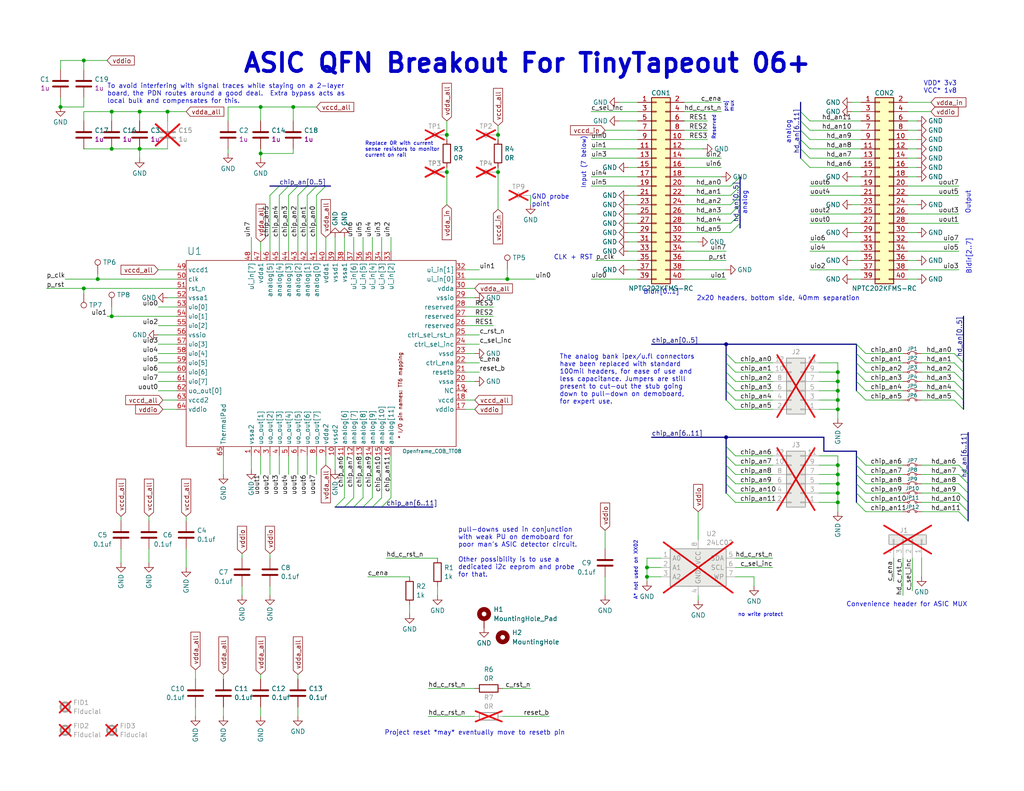
<source format=kicad_sch>
(kicad_sch (version 20250114) (generator "eeschema") (generator_version "9.0")
  (paper "A")
  (title_block (title "TT08 Openframe breakout") (date "2025-02-24") (rev "2.0.0") (company "Psychogenic Technologies") (comment 1 "(C) 2024-2025 Pat Deegan"))
  (text "CLK + RST" (at 161.798 70.358 0) (effects (font (size 1.27 1.27)) (justify right)))
  (text "Convenience header for ASIC MUX" (at 230.886 165.1 0) (effects (font (size 1.27 1.27)) (justify left)))
  (text "Reserved" (at 194.818 34.798 90) (effects (font (size 1 1))))
  (text "ASIC QFN Breakout For TinyTapeout 06+" (at 66.04 20.32 0) (effects (font (size 5 5) (thickness 1) (bold yes)) (justify left bottom)))
  (text "VDD* 3v3\nVCC* 1v8" (at 256.54 23.876 0) (effects (font (size 1.27 1.27))))
  (text "A* not used on XX02" (at 173.482 155.702 90) (effects (font (size 1 1))))
  (text "2x20 headers, bottom side, 40mm separation" (at 212.344 81.534 0) (effects (font (size 1.27 1.27))))
  (text "no write protect" (at 207.518 167.894 0) (effects (font (size 1 1))))
  (text "pull-downs used in conjunction \nwith weak PU on demoboard for \npoor man's ASIC detector circuit.\n\nOther possibility is to use a\ndedicated i2c eeprom and probe \nfor that." (at 124.968 150.876 0) (effects (font (size 1.27 1.27)) (justify left)))
  (text "GND probe \npoint" (at 145.034 54.864 0) (effects (font (size 1.27 1.27)) (justify left)))
  (text "proj\nmux" (at 198.882 30.734 90) (effects (font (size 1 1)) (justify left)))
  (text "analog" (at 203.2 55.372 90) (effects (font (size 1.27 1.27))))
  (text "Bidir[0..1]" (at 185.42 79.756 0) (effects (font (size 1.27 1.27)) (justify right)))
  (text "analog" (at 215.138 36.068 90) (effects (font (size 1.27 1.27))))
  (text "Input (7 below)" (at 159.258 51.562 90) (effects (font (size 1.2 1.2)) (justify left)))
  (text "To avoid interfering with signal traces while staying on a 2-layer \nboard, the PDN routes around a good deal.  Extra bypass acts as \nlocal bulk and compensates for this." (at 29.21 25.654 0) (effects (font (size 1.27 1.27)) (justify left)))
  (text "Replace 0R with current\nsense resistors to monitor\ncurrent on rail" (at 99.568 40.894 0) (effects (font (size 1 1)) (justify left)))
  (text "Project reset *may* eventually move to resetb pin" (at 129.54 200.152 0) (effects (font (size 1.27 1.27))))
  (text "The analog bank ipex/u.fl connectors \nhave been replaced with standard \n100mil headers, for ease of use and\nless capacitance. Jumpers are still \npresent to cut-out the stub going \ndown to pull-down on demoboard, \nfor expert use." (at 152.654 103.632 0) (effects (font (size 1.27 1.27)) (justify left)))
  (text "Bidir[2..7]" (at 264.414 65.024 90) (effects (font (size 1.27 1.27)) (justify right)))
  (text "Output" (at 264.16 52.07 90) (effects (font (size 1.27 1.27)) (justify right)))
  (junction (at 228.6 104.14))
  (junction (at 121.92 36.83))
  (junction (at 228.6 101.6))
  (junction (at 228.6 111.76))
  (junction (at 228.6 132.08))
  (junction (at 16.51 29.21))
  (junction (at 38.1 30.48))
  (junction (at 135.89 36.83))
  (junction (at 198.12 119.38))
  (junction (at 228.6 134.62))
  (junction (at 22.86 78.74))
  (junction (at 228.6 106.68))
  (junction (at 135.89 46.99))
  (junction (at 45.72 30.48))
  (junction (at 228.6 129.54))
  (junction (at 228.6 109.22))
  (junction (at 30.48 86.36))
  (junction (at 71.12 29.21))
  (junction (at 26.67 76.2))
  (junction (at 121.92 46.99))
  (junction (at 228.6 137.16))
  (junction (at 176.53 154.94))
  (junction (at 38.1 40.64))
  (junction (at 198.12 93.98))
  (junction (at 228.6 127))
  (junction (at 30.48 40.64))
  (junction (at 80.01 29.21))
  (junction (at 138.43 76.2))
  (junction (at 30.48 30.48))
  (junction (at 71.12 41.91))
  (junction (at 176.53 157.48))
  (junction (at 22.86 16.51))
  (bus_entry (at 261.62 137.16) (size 2.54 2.54))
  (bus_entry (at 261.62 134.62) (size 2.54 2.54))
  (bus_entry (at 201.93 50.8) (size -2.54 2.54))
  (bus_entry (at 198.12 121.92) (size 2.54 2.54))
  (bus_entry (at 233.68 137.16) (size 2.54 2.54))
  (bus_entry (at 198.12 104.14) (size 2.54 2.54))
  (bus_entry (at 218.44 40.64) (size 2.54 2.54))
  (bus_entry (at 96.52 138.43) (size 2.54 -2.54))
  (bus_entry (at 261.62 139.7) (size 2.54 2.54))
  (bus_entry (at 198.12 106.68) (size 2.54 2.54))
  (bus_entry (at 201.93 58.42) (size -2.54 2.54))
  (bus_entry (at 218.44 43.18) (size 2.54 2.54))
  (bus_entry (at 261.62 129.54) (size 2.54 2.54))
  (bus_entry (at 233.68 106.68) (size 2.54 2.54))
  (bus_entry (at 76.2 50.8) (size -2.54 2.54))
  (bus_entry (at 198.12 96.52) (size 2.54 2.54))
  (bus_entry (at 198.12 132.08) (size 2.54 2.54))
  (bus_entry (at 101.6 138.43) (size 2.54 -2.54))
  (bus_entry (at 198.12 127) (size 2.54 2.54))
  (bus_entry (at 93.98 138.43) (size 2.54 -2.54))
  (bus_entry (at 201.93 48.26) (size -2.54 2.54))
  (bus_entry (at 218.44 30.48) (size 2.54 2.54))
  (bus_entry (at 260.35 106.68) (size 2.54 2.54))
  (bus_entry (at 81.28 50.8) (size -2.54 2.54))
  (bus_entry (at 233.68 93.98) (size 2.54 2.54))
  (bus_entry (at 88.9 50.8) (size -2.54 2.54))
  (bus_entry (at 198.12 134.62) (size 2.54 2.54))
  (bus_entry (at 233.68 134.62) (size 2.54 2.54))
  (bus_entry (at 104.14 138.43) (size 2.54 -2.54))
  (bus_entry (at 218.44 38.1) (size 2.54 2.54))
  (bus_entry (at 198.12 101.6) (size 2.54 2.54))
  (bus_entry (at 233.68 104.14) (size 2.54 2.54))
  (bus_entry (at 260.35 104.14) (size 2.54 2.54))
  (bus_entry (at 91.44 138.43) (size 2.54 -2.54))
  (bus_entry (at 260.35 109.22) (size 2.54 2.54))
  (bus_entry (at 198.12 124.46) (size 2.54 2.54))
  (bus_entry (at 233.68 124.46) (size 2.54 2.54))
  (bus_entry (at 201.93 60.96) (size -2.54 2.54))
  (bus_entry (at 218.44 35.56) (size 2.54 2.54))
  (bus_entry (at 218.44 33.02) (size 2.54 2.54))
  (bus_entry (at 78.74 50.8) (size -2.54 2.54))
  (bus_entry (at 201.93 55.88) (size -2.54 2.54))
  (bus_entry (at 233.68 132.08) (size 2.54 2.54))
  (bus_entry (at 233.68 127) (size 2.54 2.54))
  (bus_entry (at 260.35 96.52) (size 2.54 2.54))
  (bus_entry (at 233.68 99.06) (size 2.54 2.54))
  (bus_entry (at 198.12 129.54) (size 2.54 2.54))
  (bus_entry (at 260.35 99.06) (size 2.54 2.54))
  (bus_entry (at 83.82 50.8) (size -2.54 2.54))
  (bus_entry (at 233.68 101.6) (size 2.54 2.54))
  (bus_entry (at 86.36 50.8) (size -2.54 2.54))
  (bus_entry (at 233.68 96.52) (size 2.54 2.54))
  (bus_entry (at 198.12 109.22) (size 2.54 2.54))
  (bus_entry (at 198.12 99.06) (size 2.54 2.54))
  (bus_entry (at 233.68 129.54) (size 2.54 2.54))
  (bus_entry (at 201.93 53.34) (size -2.54 2.54))
  (bus_entry (at 260.35 101.6) (size 2.54 2.54))
  (bus_entry (at 261.62 132.08) (size 2.54 2.54))
  (bus_entry (at 261.62 127) (size 2.54 2.54))
  (bus_entry (at 99.06 138.43) (size 2.54 -2.54))
  (bus (pts (xy 262.89 86.36) (xy 262.89 99.06)))
  (bus (pts (xy 262.89 99.06) (xy 262.89 101.6)))
  (wire (pts (xy 22.86 78.74) (xy 48.26 78.74)))
  (bus (pts (xy 264.16 132.08) (xy 264.16 134.62)))
  (wire (pts (xy 104.14 64.77) (xy 104.14 68.58)))
  (wire (pts (xy 186.69 60.96) (xy 199.39 60.96)))
  (bus (pts (xy 198.12 93.98) (xy 198.12 96.52)))
  (bus (pts (xy 218.44 27.94) (xy 218.44 30.48)))
  (wire (pts (xy 220.98 38.1) (xy 234.95 38.1)))
  (wire (pts (xy 251.46 152.4) (xy 251.46 157.48)))
  (wire (pts (xy 48.26 106.68) (xy 43.18 106.68)))
  (wire (pts (xy 68.58 64.77) (xy 68.58 68.58)))
  (wire (pts (xy 22.86 78.74) (xy 22.86 80.01)))
  (bus (pts (xy 177.8 119.38) (xy 198.12 119.38)))
  (wire (pts (xy 38.1 40.64) (xy 38.1 43.18)))
  (wire (pts (xy 104.14 124.46) (xy 104.14 135.89)))
  (wire (pts (xy 127 88.9) (xy 134.62 88.9)))
  (wire (pts (xy 99.06 124.46) (xy 99.06 135.89)))
  (wire (pts (xy 127 86.36) (xy 134.62 86.36)))
  (wire (pts (xy 186.69 76.2) (xy 198.12 76.2)))
  (wire (pts (xy 26.67 74.93) (xy 26.67 76.2)))
  (bus (pts (xy 264.16 118.11) (xy 264.16 129.54)))
  (bus (pts (xy 218.44 38.1) (xy 218.44 40.64)))
  (wire (pts (xy 93.98 64.77) (xy 93.98 68.58)))
  (wire (pts (xy 251.46 96.52) (xy 260.35 96.52)))
  (wire (pts (xy 161.29 38.1) (xy 173.99 38.1)))
  (wire (pts (xy 186.69 38.1) (xy 193.04 38.1)))
  (wire (pts (xy 99.06 64.77) (xy 99.06 68.58)))
  (wire (pts (xy 38.1 40.64) (xy 45.72 40.64)))
  (wire (pts (xy 228.6 129.54) (xy 228.6 132.08)))
  (bus (pts (xy 198.12 106.68) (xy 198.12 109.22)))
  (wire (pts (xy 220.98 66.04) (xy 234.95 66.04)))
  (bus (pts (xy 177.8 93.98) (xy 198.12 93.98)))
  (wire (pts (xy 165.1 144.78) (xy 165.1 149.86)))
  (wire (pts (xy 223.52 111.76) (xy 228.6 111.76)))
  (wire (pts (xy 186.69 68.58) (xy 198.12 68.58)))
  (wire (pts (xy 232.41 63.5) (xy 234.95 63.5)))
  (wire (pts (xy 76.2 53.34) (xy 76.2 68.58)))
  (wire (pts (xy 38.1 30.48) (xy 38.1 33.02)))
  (bus (pts (xy 262.89 106.68) (xy 262.89 109.22)))
  (wire (pts (xy 60.96 124.46) (xy 60.96 129.54)))
  (wire (pts (xy 186.69 48.26) (xy 196.85 48.26)))
  (bus (pts (xy 201.93 50.8) (xy 201.93 53.34)))
  (wire (pts (xy 30.48 40.64) (xy 38.1 40.64)))
  (wire (pts (xy 16.51 26.67) (xy 16.51 29.21)))
  (wire (pts (xy 232.41 30.48) (xy 234.95 30.48)))
  (bus (pts (xy 78.74 50.8) (xy 81.28 50.8)))
  (wire (pts (xy 186.69 30.48) (xy 196.85 30.48)))
  (wire (pts (xy 127 111.76) (xy 129.54 111.76)))
  (wire (pts (xy 165.1 157.48) (xy 165.1 162.56)))
  (wire (pts (xy 232.41 76.2) (xy 234.95 76.2)))
  (wire (pts (xy 186.69 33.02) (xy 193.04 33.02)))
  (wire (pts (xy 53.34 182.88) (xy 53.34 185.42)))
  (wire (pts (xy 223.52 124.46) (xy 228.6 124.46)))
  (wire (pts (xy 80.01 40.64) (xy 80.01 41.91)))
  (wire (pts (xy 200.66 104.14) (xy 210.82 104.14)))
  (wire (pts (xy 243.84 152.4) (xy 243.84 158.75)))
  (bus (pts (xy 198.12 99.06) (xy 198.12 101.6)))
  (wire (pts (xy 62.23 40.64) (xy 62.23 41.91)))
  (wire (pts (xy 71.12 40.64) (xy 71.12 41.91)))
  (wire (pts (xy 251.46 127) (xy 261.62 127)))
  (wire (pts (xy 22.86 29.21) (xy 16.51 29.21)))
  (wire (pts (xy 200.66 109.22) (xy 210.82 109.22)))
  (bus (pts (xy 264.16 139.7) (xy 264.16 142.24)))
  (wire (pts (xy 83.82 129.54) (xy 83.82 124.46)))
  (wire (pts (xy 223.52 101.6) (xy 228.6 101.6)))
  (wire (pts (xy 73.66 53.34) (xy 73.66 68.58)))
  (wire (pts (xy 247.65 45.72) (xy 250.19 45.72)))
  (wire (pts (xy 73.66 160.02) (xy 73.66 162.56)))
  (wire (pts (xy 176.53 154.94) (xy 180.34 154.94)))
  (bus (pts (xy 264.16 137.16) (xy 264.16 139.7)))
  (wire (pts (xy 228.6 132.08) (xy 228.6 134.62)))
  (bus (pts (xy 201.93 60.96) (xy 201.93 62.23)))
  (bus (pts (xy 233.68 129.54) (xy 233.68 132.08)))
  (wire (pts (xy 30.48 86.36) (xy 29.21 86.36)))
  (wire (pts (xy 220.98 40.64) (xy 234.95 40.64)))
  (bus (pts (xy 233.68 134.62) (xy 233.68 137.16)))
  (wire (pts (xy 71.12 66.04) (xy 71.12 68.58)))
  (wire (pts (xy 16.51 16.51) (xy 16.51 19.05)))
  (wire (pts (xy 101.6 124.46) (xy 101.6 135.89)))
  (wire (pts (xy 228.6 101.6) (xy 228.6 104.14)))
  (bus (pts (xy 233.68 104.14) (xy 233.68 106.68)))
  (wire (pts (xy 130.81 99.06) (xy 127 99.06)))
  (wire (pts (xy 228.6 137.16) (xy 228.6 139.7)))
  (wire (pts (xy 200.66 99.06) (xy 210.82 99.06)))
  (wire (pts (xy 223.52 109.22) (xy 228.6 109.22)))
  (wire (pts (xy 71.12 29.21) (xy 71.12 33.02)))
  (wire (pts (xy 186.69 50.8) (xy 199.39 50.8)))
  (wire (pts (xy 236.22 134.62) (xy 246.38 134.62)))
  (wire (pts (xy 228.6 109.22) (xy 228.6 111.76)))
  (wire (pts (xy 236.22 106.68) (xy 246.38 106.68)))
  (wire (pts (xy 73.66 129.54) (xy 73.66 124.46)))
  (wire (pts (xy 68.58 128.27) (xy 68.58 124.46)))
  (wire (pts (xy 236.22 127) (xy 246.38 127)))
  (bus (pts (xy 104.14 138.43) (xy 118.11 138.43)))
  (wire (pts (xy 186.69 71.12) (xy 198.12 71.12)))
  (wire (pts (xy 248.92 152.4) (xy 248.92 161.29)))
  (bus (pts (xy 86.36 50.8) (xy 88.9 50.8)))
  (bus (pts (xy 264.16 134.62) (xy 264.16 137.16)))
  (bus (pts (xy 233.68 124.46) (xy 233.68 127)))
  (bus (pts (xy 198.12 101.6) (xy 198.12 104.14)))
  (wire (pts (xy 176.53 152.4) (xy 176.53 154.94)))
  (bus (pts (xy 198.12 96.52) (xy 198.12 99.06)))
  (wire (pts (xy 251.46 106.68) (xy 260.35 106.68)))
  (wire (pts (xy 91.44 68.58) (xy 91.44 64.77)))
  (wire (pts (xy 48.26 76.2) (xy 26.67 76.2)))
  (bus (pts (xy 224.79 119.38) (xy 224.79 123.19)))
  (wire (pts (xy 228.6 104.14) (xy 228.6 106.68)))
  (bus (pts (xy 198.12 121.92) (xy 198.12 124.46)))
  (wire (pts (xy 81.28 184.15) (xy 81.28 185.42)))
  (wire (pts (xy 138.43 76.2) (xy 127 76.2)))
  (wire (pts (xy 101.6 64.77) (xy 101.6 68.58)))
  (wire (pts (xy 161.29 30.48) (xy 173.99 30.48)))
  (wire (pts (xy 247.65 58.42) (xy 261.62 58.42)))
  (wire (pts (xy 232.41 71.12) (xy 234.95 71.12)))
  (wire (pts (xy 247.65 73.66) (xy 261.62 73.66)))
  (wire (pts (xy 78.74 53.34) (xy 78.74 68.58)))
  (wire (pts (xy 60.96 193.04) (xy 60.96 195.58)))
  (wire (pts (xy 121.92 45.72) (xy 121.92 46.99)))
  (wire (pts (xy 247.65 50.8) (xy 261.62 50.8)))
  (wire (pts (xy 228.6 124.46) (xy 228.6 127)))
  (wire (pts (xy 161.29 43.18) (xy 173.99 43.18)))
  (wire (pts (xy 220.98 50.8) (xy 234.95 50.8)))
  (wire (pts (xy 220.98 58.42) (xy 234.95 58.42)))
  (wire (pts (xy 44.45 109.22) (xy 48.26 109.22)))
  (wire (pts (xy 71.12 29.21) (xy 62.23 29.21)))
  (wire (pts (xy 220.98 53.34) (xy 234.95 53.34)))
  (wire (pts (xy 200.66 134.62) (xy 210.82 134.62)))
  (wire (pts (xy 26.67 76.2) (xy 17.78 76.2)))
  (wire (pts (xy 62.23 29.21) (xy 62.23 33.02)))
  (wire (pts (xy 220.98 73.66) (xy 234.95 73.66)))
  (wire (pts (xy 228.6 127) (xy 228.6 129.54)))
  (wire (pts (xy 50.8 30.48) (xy 45.72 30.48)))
  (wire (pts (xy 200.66 101.6) (xy 210.82 101.6)))
  (wire (pts (xy 78.74 129.54) (xy 78.74 124.46)))
  (wire (pts (xy 71.12 195.58) (xy 71.12 193.04)))
  (wire (pts (xy 247.65 63.5) (xy 250.19 63.5)))
  (bus (pts (xy 262.89 101.6) (xy 262.89 104.14)))
  (wire (pts (xy 86.36 129.54) (xy 86.36 124.46)))
  (wire (pts (xy 236.22 137.16) (xy 246.38 137.16)))
  (wire (pts (xy 135.89 36.83) (xy 135.89 38.1)))
  (wire (pts (xy 162.56 71.12) (xy 173.99 71.12)))
  (wire (pts (xy 48.26 104.14) (xy 43.18 104.14)))
  (wire (pts (xy 60.96 184.15) (xy 60.96 185.42)))
  (wire (pts (xy 200.66 127) (xy 210.82 127)))
  (wire (pts (xy 127 109.22) (xy 129.54 109.22)))
  (wire (pts (xy 186.69 58.42) (xy 199.39 58.42)))
  (bus (pts (xy 101.6 138.43) (xy 99.06 138.43)))
  (wire (pts (xy 80.01 29.21) (xy 80.01 33.02)))
  (wire (pts (xy 200.66 137.16) (xy 210.82 137.16)))
  (wire (pts (xy 228.6 111.76) (xy 228.6 114.3)))
  (bus (pts (xy 201.93 58.42) (xy 201.93 60.96)))
  (wire (pts (xy 130.81 101.6) (xy 127 101.6)))
  (wire (pts (xy 100.33 157.48) (xy 111.76 157.48)))
  (wire (pts (xy 116.84 195.58) (xy 129.54 195.58)))
  (wire (pts (xy 220.98 43.18) (xy 234.95 43.18)))
  (wire (pts (xy 176.53 157.48) (xy 176.53 158.75)))
  (bus (pts (xy 201.93 53.34) (xy 201.93 55.88)))
  (wire (pts (xy 43.18 73.66) (xy 48.26 73.66)))
  (wire (pts (xy 251.46 99.06) (xy 260.35 99.06)))
  (wire (pts (xy 176.53 157.48) (xy 180.34 157.48)))
  (wire (pts (xy 106.68 124.46) (xy 106.68 135.89)))
  (wire (pts (xy 130.81 91.44) (xy 127 91.44)))
  (wire (pts (xy 88.9 124.46) (xy 88.9 127)))
  (wire (pts (xy 165.1 35.56) (xy 173.99 35.56)))
  (wire (pts (xy 236.22 99.06) (xy 246.38 99.06)))
  (wire (pts (xy 171.45 60.96) (xy 173.99 60.96)))
  (wire (pts (xy 171.45 53.34) (xy 173.99 53.34)))
  (wire (pts (xy 127 78.74) (xy 129.54 78.74)))
  (wire (pts (xy 161.29 50.8) (xy 173.99 50.8)))
  (wire (pts (xy 22.86 16.51) (xy 22.86 19.05)))
  (wire (pts (xy 251.46 134.62) (xy 261.62 134.62)))
  (wire (pts (xy 86.36 53.34) (xy 86.36 68.58)))
  (wire (pts (xy 200.66 111.76) (xy 210.82 111.76)))
  (wire (pts (xy 48.26 96.52) (xy 43.18 96.52)))
  (wire (pts (xy 223.52 134.62) (xy 228.6 134.62)))
  (bus (pts (xy 198.12 119.38) (xy 224.79 119.38)))
  (bus (pts (xy 262.89 104.14) (xy 262.89 106.68)))
  (wire (pts (xy 129.54 104.14) (xy 127 104.14)))
  (bus (pts (xy 73.66 50.8) (xy 76.2 50.8)))
  (wire (pts (xy 247.65 38.1) (xy 250.19 38.1)))
  (wire (pts (xy 176.53 154.94) (xy 176.53 157.48)))
  (wire (pts (xy 247.65 35.56) (xy 250.19 35.56)))
  (wire (pts (xy 119.38 160.02) (xy 119.38 162.56)))
  (wire (pts (xy 71.12 184.15) (xy 71.12 185.42)))
  (wire (pts (xy 88.9 64.77) (xy 88.9 68.58)))
  (bus (pts (xy 198.12 93.98) (xy 233.68 93.98)))
  (wire (pts (xy 200.66 152.4) (xy 210.82 152.4)))
  (wire (pts (xy 200.66 124.46) (xy 210.82 124.46)))
  (wire (pts (xy 105.41 152.4) (xy 119.38 152.4)))
  (wire (pts (xy 186.69 27.94) (xy 196.85 27.94)))
  (wire (pts (xy 228.6 134.62) (xy 228.6 137.16)))
  (wire (pts (xy 53.34 193.04) (xy 53.34 195.58)))
  (bus (pts (xy 99.06 138.43) (xy 96.52 138.43)))
  (wire (pts (xy 186.69 45.72) (xy 196.85 45.72)))
  (wire (pts (xy 71.12 129.54) (xy 71.12 124.46)))
  (wire (pts (xy 232.41 55.88) (xy 234.95 55.88)))
  (bus (pts (xy 233.68 127) (xy 233.68 129.54)))
  (wire (pts (xy 22.86 26.67) (xy 22.86 29.21)))
  (wire (pts (xy 186.69 66.04) (xy 190.5 66.04)))
  (wire (pts (xy 12.7 78.74) (xy 22.86 78.74)))
  (wire (pts (xy 81.28 193.04) (xy 81.28 195.58)))
  (wire (pts (xy 200.66 157.48) (xy 205.74 157.48)))
  (wire (pts (xy 86.36 29.21) (xy 80.01 29.21)))
  (wire (pts (xy 247.65 33.02) (xy 250.19 33.02)))
  (wire (pts (xy 48.26 83.82) (xy 43.18 83.82)))
  (wire (pts (xy 171.45 55.88) (xy 173.99 55.88)))
  (wire (pts (xy 161.29 76.2) (xy 173.99 76.2)))
  (wire (pts (xy 251.46 129.54) (xy 261.62 129.54)))
  (wire (pts (xy 251.46 101.6) (xy 260.35 101.6)))
  (wire (pts (xy 223.52 106.68) (xy 228.6 106.68)))
  (wire (pts (xy 171.45 45.72) (xy 173.99 45.72)))
  (wire (pts (xy 247.65 60.96) (xy 261.62 60.96)))
  (wire (pts (xy 223.52 127) (xy 228.6 127)))
  (wire (pts (xy 66.04 160.02) (xy 66.04 162.56)))
  (wire (pts (xy 81.28 53.34) (xy 81.28 68.58)))
  (bus (pts (xy 218.44 33.02) (xy 218.44 35.56)))
  (wire (pts (xy 80.01 29.21) (xy 71.12 29.21)))
  (wire (pts (xy 247.65 76.2) (xy 250.19 76.2)))
  (wire (pts (xy 200.66 132.08) (xy 210.82 132.08)))
  (wire (pts (xy 45.72 81.28) (xy 48.26 81.28)))
  (wire (pts (xy 186.69 53.34) (xy 199.39 53.34)))
  (wire (pts (xy 247.65 55.88) (xy 250.19 55.88)))
  (bus (pts (xy 198.12 129.54) (xy 198.12 132.08)))
  (bus (pts (xy 198.12 104.14) (xy 198.12 106.68)))
  (bus (pts (xy 81.28 50.8) (xy 83.82 50.8)))
  (bus (pts (xy 104.14 138.43) (xy 101.6 138.43)))
  (wire (pts (xy 247.65 68.58) (xy 261.62 68.58)))
  (wire (pts (xy 121.92 36.83) (xy 121.92 38.1)))
  (wire (pts (xy 138.43 73.66) (xy 138.43 76.2)))
  (wire (pts (xy 186.69 40.64) (xy 191.77 40.64)))
  (wire (pts (xy 50.8 149.86) (xy 50.8 154.94)))
  (bus (pts (xy 233.68 132.08) (xy 233.68 134.62)))
  (wire (pts (xy 48.26 99.06) (xy 43.18 99.06)))
  (wire (pts (xy 111.76 165.1) (xy 111.76 167.64)))
  (wire (pts (xy 236.22 132.08) (xy 246.38 132.08)))
  (bus (pts (xy 201.93 55.88) (xy 201.93 58.42)))
  (bus (pts (xy 198.12 124.46) (xy 198.12 127)))
  (wire (pts (xy 236.22 101.6) (xy 246.38 101.6)))
  (bus (pts (xy 264.16 129.54) (xy 264.16 132.08)))
  (wire (pts (xy 22.86 40.64) (xy 30.48 40.64)))
  (wire (pts (xy 91.44 128.27) (xy 91.44 124.46)))
  (wire (pts (xy 83.82 53.34) (xy 83.82 68.58)))
  (wire (pts (xy 71.12 41.91) (xy 80.01 41.91)))
  (wire (pts (xy 48.26 86.36) (xy 30.48 86.36)))
  (wire (pts (xy 223.52 137.16) (xy 228.6 137.16)))
  (wire (pts (xy 236.22 96.52) (xy 246.38 96.52)))
  (wire (pts (xy 116.84 187.96) (xy 129.54 187.96)))
  (wire (pts (xy 171.45 58.42) (xy 173.99 58.42)))
  (wire (pts (xy 247.65 66.04) (xy 261.62 66.04)))
  (bus (pts (xy 218.44 35.56) (xy 218.44 38.1)))
  (wire (pts (xy 121.92 33.02) (xy 121.92 36.83)))
  (wire (pts (xy 171.45 73.66) (xy 173.99 73.66)))
  (wire (pts (xy 93.98 124.46) (xy 93.98 135.89)))
  (wire (pts (xy 171.45 63.5) (xy 173.99 63.5)))
  (bus (pts (xy 88.9 50.8) (xy 90.17 50.8)))
  (wire (pts (xy 247.65 53.34) (xy 261.62 53.34)))
  (wire (pts (xy 121.92 46.99) (xy 121.92 55.88)))
  (wire (pts (xy 171.45 66.04) (xy 173.99 66.04)))
  (wire (pts (xy 186.69 43.18) (xy 196.85 43.18)))
  (bus (pts (xy 93.98 138.43) (xy 91.44 138.43)))
  (wire (pts (xy 66.04 151.13) (xy 66.04 152.4)))
  (wire (pts (xy 251.46 109.22) (xy 260.35 109.22)))
  (wire (pts (xy 96.52 64.77) (xy 96.52 68.58)))
  (wire (pts (xy 220.98 68.58) (xy 234.95 68.58)))
  (wire (pts (xy 135.89 46.99) (xy 135.89 57.15)))
  (wire (pts (xy 73.66 151.13) (xy 73.66 152.4)))
  (wire (pts (xy 50.8 140.97) (xy 50.8 142.24)))
  (wire (pts (xy 251.46 139.7) (xy 261.62 139.7)))
  (wire (pts (xy 161.29 40.64) (xy 173.99 40.64)))
  (wire (pts (xy 180.34 152.4) (xy 176.53 152.4)))
  (wire (pts (xy 22.86 33.02) (xy 22.86 30.48)))
  (wire (pts (xy 228.6 99.06) (xy 228.6 101.6)))
  (wire (pts (xy 168.91 33.02) (xy 173.99 33.02)))
  (wire (pts (xy 247.65 48.26) (xy 250.19 48.26)))
  (bus (pts (xy 198.12 132.08) (xy 198.12 134.62)))
  (wire (pts (xy 30.48 83.82) (xy 30.48 86.36)))
  (wire (pts (xy 146.05 76.2) (xy 138.43 76.2)))
  (wire (pts (xy 246.38 152.4) (xy 246.38 162.56)))
  (wire (pts (xy 45.72 30.48) (xy 45.72 33.02)))
  (wire (pts (xy 40.64 149.86) (xy 40.64 153.67)))
  (wire (pts (xy 33.02 140.97) (xy 33.02 142.24)))
  (bus (pts (xy 233.68 123.19) (xy 233.68 124.46)))
  (wire (pts (xy 30.48 30.48) (xy 30.48 33.02)))
  (wire (pts (xy 251.46 104.14) (xy 260.35 104.14)))
  (wire (pts (xy 200.66 106.68) (xy 210.82 106.68)))
  (bus (pts (xy 218.44 30.48) (xy 218.44 33.02)))
  (wire (pts (xy 106.68 68.58) (xy 106.68 64.77)))
  (wire (pts (xy 190.5 162.56) (xy 190.5 163.83)))
  (wire (pts (xy 236.22 109.22) (xy 246.38 109.22)))
  (bus (pts (xy 96.52 138.43) (xy 93.98 138.43)))
  (wire (pts (xy 186.69 35.56) (xy 193.04 35.56)))
  (wire (pts (xy 161.29 48.26) (xy 173.99 48.26)))
  (wire (pts (xy 38.1 30.48) (xy 30.48 30.48)))
  (bus (pts (xy 224.79 123.19) (xy 233.68 123.19)))
  (wire (pts (xy 33.02 149.86) (xy 33.02 153.67)))
  (bus (pts (xy 233.68 96.52) (xy 233.68 99.06)))
  (wire (pts (xy 220.98 35.56) (xy 234.95 35.56)))
  (wire (pts (xy 144.78 53.34) (xy 144.78 55.88)))
  (wire (pts (xy 247.65 40.64) (xy 250.19 40.64)))
  (wire (pts (xy 48.26 101.6) (xy 43.18 101.6)))
  (wire (pts (xy 22.86 30.48) (xy 30.48 30.48)))
  (wire (pts (xy 228.6 106.68) (xy 228.6 109.22)))
  (wire (pts (xy 130.81 73.66) (xy 127 73.66)))
  (wire (pts (xy 45.72 30.48) (xy 38.1 30.48)))
  (wire (pts (xy 232.41 27.94) (xy 234.95 27.94)))
  (wire (pts (xy 251.46 132.08) (xy 261.62 132.08)))
  (wire (pts (xy 220.98 60.96) (xy 234.95 60.96)))
  (wire (pts (xy 251.46 137.16) (xy 261.62 137.16)))
  (wire (pts (xy 96.52 124.46) (xy 96.52 135.89)))
  (wire (pts (xy 247.65 27.94) (xy 254 27.94)))
  (wire (pts (xy 29.21 16.51) (xy 22.86 16.51)))
  (wire (pts (xy 22.86 16.51) (xy 16.51 16.51)))
  (wire (pts (xy 236.22 139.7) (xy 246.38 139.7)))
  (wire (pts (xy 48.26 93.98) (xy 43.18 93.98)))
  (wire (pts (xy 186.69 63.5) (xy 199.39 63.5)))
  (wire (pts (xy 76.2 129.54) (xy 76.2 124.46)))
  (bus (pts (xy 262.89 109.22) (xy 262.89 111.76)))
  (bus (pts (xy 233.68 101.6) (xy 233.68 104.14)))
  (wire (pts (xy 223.52 132.08) (xy 228.6 132.08)))
  (wire (pts (xy 247.65 30.48) (xy 254 30.48)))
  (wire (pts (xy 236.22 129.54) (xy 246.38 129.54)))
  (wire (pts (xy 135.89 34.29) (xy 135.89 36.83)))
  (wire (pts (xy 40.64 140.97) (xy 40.64 142.24)))
  (wire (pts (xy 130.81 93.98) (xy 127 93.98)))
  (wire (pts (xy 223.52 129.54) (xy 228.6 129.54)))
  (wire (pts (xy 220.98 45.72) (xy 234.95 45.72)))
  (wire (pts (xy 127 83.82) (xy 134.62 83.82)))
  (wire (pts (xy 186.69 55.88) (xy 199.39 55.88)))
  (bus (pts (xy 198.12 127) (xy 198.12 129.54)))
  (wire (pts (xy 190.5 139.7) (xy 190.5 147.32)))
  (bus (pts (xy 218.44 40.64) (xy 218.44 43.18)))
  (wire (pts (xy 186.69 73.66) (xy 198.12 73.66)))
  (wire (pts (xy 232.41 48.26) (xy 234.95 48.26)))
  (bus (pts (xy 198.12 119.38) (xy 198.12 121.92)))
  (wire (pts (xy 171.45 68.58) (xy 173.99 68.58)))
  (wire (pts (xy 137.16 187.96) (xy 144.78 187.96)))
  (wire (pts (xy 81.28 129.54) (xy 81.28 124.46)))
  (wire (pts (xy 200.66 154.94) (xy 210.82 154.94)))
  (wire (pts (xy 43.18 91.44) (xy 48.26 91.44)))
  (wire (pts (xy 223.52 104.14) (xy 228.6 104.14)))
  (wire (pts (xy 137.16 195.58) (xy 149.86 195.58)))
  (wire (pts (xy 205.74 157.48) (xy 205.74 160.02)))
  (bus (pts (xy 233.68 99.06) (xy 233.68 101.6)))
  (wire (pts (xy 129.54 96.52) (xy 127 96.52)))
  (bus (pts (xy 201.93 48.26) (xy 201.93 50.8)))
  (wire (pts (xy 223.52 99.06) (xy 228.6 99.06)))
  (wire (pts (xy 200.66 129.54) (xy 210.82 129.54)))
  (wire (pts (xy 247.65 43.18) (xy 250.19 43.18)))
  (bus (pts (xy 233.68 93.98) (xy 233.68 96.52)))
  (wire (pts (xy 48.26 88.9) (xy 43.18 88.9)))
  (wire (pts (xy 71.12 41.91) (xy 71.12 43.18)))
  (bus (pts (xy 76.2 50.8) (xy 78.74 50.8)))
  (wire (pts (xy 135.89 45.72) (xy 135.89 46.99)))
  (wire (pts (xy 220.98 33.02) (xy 234.95 33.02)))
  (wire (pts (xy 236.22 104.14) (xy 246.38 104.14)))
  (wire (pts (xy 129.54 81.28) (xy 127 81.28)))
  (wire (pts (xy 247.65 71.12) (xy 250.19 71.12)))
  (wire (pts (xy 44.45 111.76) (xy 48.26 111.76)))
  (bus (pts (xy 83.82 50.8) (xy 86.36 50.8)))
  (wire (pts (xy 168.91 27.94) (xy 173.99 27.94)))
  (label "hd_an10" (at 232.41 35.56 180))
  (label "uout6" (at 220.98 50.8 0))
  (label "p_clk" (at 162.56 71.12 0))
  (label "c_sel_inc" (at 210.82 154.94 180))
  (label "hd_c_rst_n" (at 246.38 162.56 90))
  (label "hd_an8" (at 232.41 40.64 180))
  (label "hd_c_rst_n" (at 116.84 187.96 0))
  (label "chip_an9" (at 201.93 132.08 0))
  (label "uio7" (at 261.62 66.04 180))
  (label "uin4" (at 101.6 64.77 90))
  (label "p_rst" (at 198.12 71.12 180))
  (label "chip_an7" (at 237.49 129.54 0))
  (label "chip_an5" (at 201.93 111.76 0))
  (label "chip_an8" (at 201.93 129.54 0))
  (label "uio5" (at 261.62 68.58 180))
  (label "uout3" (at 76.2 129.54 270))
  (label "hd_an[0..5]" (at 201.93 49.53 270))
  (label "hd_an2" (at 196.85 55.88 180))
  (label "chip_an[6..11]" (at 177.8 119.38 0))
  (label "uio2" (at 220.98 73.66 0))
  (label "chip_an3" (at 237.49 104.14 0))
  (label "uin2" (at 196.85 43.18 180))
  (label "chip_an[6..11]" (at 105.41 138.43 0))
  (label "uio6" (at 43.18 101.6 180))
  (label "hd_an6" (at 254 127 0))
  (label "chip_an7" (at 201.93 127 0))
  (label "uio3" (at 43.18 93.98 180))
  (label "hd_an7" (at 232.41 43.18 180))
  (label "uin2" (at 106.68 64.77 90))
  (label "chip_an10" (at 104.14 124.46 270))
  (label "uin6" (at 96.52 64.77 90))
  (label "uout2" (at 220.98 58.42 0))
  (label "c_ena" (at 196.85 27.94 180))
  (label "hd_an0" (at 252.73 96.52 0))
  (label "uio1" (at 29.21 86.36 180))
  (label "hd_an6" (at 232.41 45.72 180))
  (label "c_sel_inc" (at 130.81 93.98 0))
  (label "chip_an11" (at 106.68 124.46 270))
  (label "chip_an1" (at 201.93 101.6 0))
  (label "chip_an11" (at 201.93 137.16 0))
  (label "RES1" (at 134.62 88.9 180))
  (label "uout7" (at 86.36 129.54 270))
  (label "uout1" (at 71.12 129.54 270))
  (label "chip_an10" (at 237.49 137.16 0))
  (label "reset_b" (at 130.81 101.6 0))
  (label "RES1" (at 193.04 33.02 180))
  (label "chip_an7" (at 96.52 124.46 270))
  (label "uin1" (at 161.29 40.64 0))
  (label "uin0" (at 161.29 38.1 0))
  (label "hd_an[0..5]" (at 262.89 86.36 270))
  (label "c_ena" (at 100.33 157.48 0))
  (label "chip_an2" (at 201.93 104.14 0))
  (label "chip_an6" (at 201.93 124.46 0))
  (label "c_sel_inc" (at 161.29 30.48 0))
  (label "uin5" (at 99.06 64.77 90))
  (label "chip_an9" (at 237.49 134.62 0))
  (label "uin3" (at 161.29 43.18 0))
  (label "uout3" (at 261.62 58.42 180))
  (label "uout5" (at 261.62 53.34 180))
  (label "hd_an9" (at 254 134.62 0))
  (label "uio5" (at 43.18 99.06 180))
  (label "hd_c_rst_n" (at 210.82 152.4 180))
  (label "uio4" (at 43.18 96.52 180))
  (label "hd_an4" (at 196.85 60.96 180))
  (label "chip_an8" (at 237.49 132.08 0))
  (label "c_sel_inc" (at 248.92 161.29 90))
  (label "hd_an11" (at 232.41 33.02 180))
  (label "hd_an7" (at 254 129.54 0))
  (label "uin3" (at 104.14 64.77 90))
  (label "reset_b" (at 149.86 195.58 180))
  (label "c_ena" (at 243.84 158.75 90))
  (label "uout5" (at 81.28 129.54 270))
  (label "chip_an4" (at 76.2 64.77 90))
  (label "p_rst" (at 12.7 78.74 0))
  (label "uin6" (at 196.85 45.72 180))
  (label "uin0" (at 146.05 76.2 0))
  (label "c_ena" (at 130.81 99.06 0))
  (label "hd_an0" (at 196.85 50.8 180))
  (label "chip_an[0..5]" (at 177.8 93.98 0))
  (label "uio0" (at 43.18 83.82 180))
  (label "chip_an11" (at 237.49 139.7 0))
  (label "uin7" (at 198.12 68.58 180))
  (label "hd_c_rst_n" (at 196.85 30.48 180))
  (label "hd_an11" (at 254 139.7 0))
  (label "uio7" (at 43.18 104.14 180))
  (label "hd_an5" (at 196.85 63.5 180))
  (label "hd_an1" (at 252.73 99.06 0))
  (label "chip_an6" (at 93.98 124.46 270))
  (label "chip_an5" (at 73.66 64.77 90))
  (label "uout0" (at 43.18 106.68 180))
  (label "RES3" (at 193.04 38.1 180))
  (label "chip_an8" (at 99.06 124.46 270))
  (label "chip_an4" (at 237.49 106.68 0))
  (label "uio1" (at 198.12 76.2 180))
  (label "c_rst_n" (at 130.81 91.44 0))
  (label "uout6" (at 83.82 129.54 270))
  (label "chip_an0" (at 237.49 96.52 0))
  (label "uout7" (at 261.62 50.8 180))
  (label "chip_an6" (at 237.49 127 0))
  (label "uin7" (at 68.58 64.77 90))
  (label "chip_an1" (at 237.49 99.06 0))
  (label "hd_an1" (at 196.85 53.34 180))
  (label "chip_an9" (at 101.6 124.46 270))
  (label "uout0" (at 220.98 60.96 0))
  (label "hd_an3" (at 252.73 104.14 0))
  (label "RES2" (at 134.62 86.36 180))
  (label "chip_an2" (at 237.49 101.6 0))
  (label "uout4" (at 78.74 129.54 270))
  (label "uout4" (at 220.98 53.34 0))
  (label "hd_an[6..11]" (at 264.16 118.11 270))
  (label "chip_an1" (at 83.82 64.77 90))
  (label "hd_an9" (at 232.41 38.1 180))
  (label "hd_c_rst_n" (at 105.41 152.4 0))
  (label "chip_an4" (at 201.93 109.22 0))
  (label "chip_an3" (at 201.93 106.68 0))
  (label "uio6" (at 220.98 66.04 0))
  (label "hd_an4" (at 252.73 106.68 0))
  (label "RES2" (at 193.04 35.56 180))
  (label "hd_an[6..11]" (at 218.44 41.91 90))
  (label "c_rst_n" (at 144.78 187.96 180))
  (label "hd_an2" (at 252.73 101.6 0))
  (label "chip_an10" (at 201.93 134.62 0))
  (label "chip_an[0..5]" (at 76.2 50.8 0))
  (label "uout1" (at 261.62 60.96 180))
  (label "p_clk" (at 17.78 76.2 180))
  (label "chip_an2" (at 81.28 64.77 90))
  (label "uout2" (at 73.66 129.54 270))
  (label "chip_an0" (at 201.93 99.06 0))
  (label "hd_an5" (at 252.73 109.22 0))
  (label "hd_an3" (at 196.85 58.42 180))
  (label "chip_an3" (at 78.74 64.77 90))
  (label "uio4" (at 220.98 68.58 0))
  (label "chip_an0" (at 86.36 64.77 90))
  (label "chip_an5" (at 237.49 109.22 0))
  (label "uin1" (at 130.81 73.66 0))
  (label "uin5" (at 161.29 50.8 0))
  (label "uio2" (at 43.18 88.9 180))
  (label "uio3" (at 261.62 73.66 180))
  (label "hd_c_rst_n" (at 116.84 195.58 0))
  (label "uio0" (at 161.29 76.2 0))
  (label "hd_an10" (at 254 137.16 0))
  (label "uin4" (at 161.29 48.26 0))
  (label "RES3" (at 134.62 83.82 180))
  (label "hd_an8" (at 254 132.08 0))
  (global_label "vccd_in" (shape input) (at 135.89 57.15 270) (property "Intersheetrefs" "${INTERSHEET_REFS}" (effects (hide yes))))
  (global_label "vddio" (shape input) (at 29.21 16.51 0) (property "Intersheetrefs" "${INTERSHEET_REFS}" (effects (hide yes))))
  (global_label "vdda_all" (shape input) (at 53.34 182.88 90) (property "Intersheetrefs" "${INTERSHEET_REFS}" (effects (hide yes))))
  (global_label "vccd_all" (shape input) (at 135.89 34.29 90) (property "Intersheetrefs" "${INTERSHEET_REFS}" (effects (hide yes))))
  (global_label "vccd_all" (shape input) (at 129.54 109.22 0) (property "Intersheetrefs" "${INTERSHEET_REFS}" (effects (hide yes))))
  (global_label "vddio" (shape input) (at 44.45 111.76 180) (property "Intersheetrefs" "${INTERSHEET_REFS}" (effects (hide yes))))
  (global_label "vddio" (shape input) (at 254 30.48 0) (property "Intersheetrefs" "${INTERSHEET_REFS}" (effects (hide yes))))
  (global_label "vddio" (shape input) (at 66.04 151.13 90) (property "Intersheetrefs" "${INTERSHEET_REFS}" (effects (hide yes))))
  (global_label "vccd_all" (shape input) (at 43.18 73.66 180) (property "Intersheetrefs" "${INTERSHEET_REFS}" (effects (hide yes))))
  (global_label "vccd_all" (shape input) (at 44.45 109.22 180) (property "Intersheetrefs" "${INTERSHEET_REFS}" (effects (hide yes))))
  (global_label "vddio" (shape input) (at 129.54 111.76 0) (property "Intersheetrefs" "${INTERSHEET_REFS}" (effects (hide yes))))
  (global_label "vccd_all" (shape input) (at 50.8 140.97 90) (property "Intersheetrefs" "${INTERSHEET_REFS}" (effects (hide yes))))
  (global_label "vccd_all" (shape input) (at 33.02 140.97 90) (property "Intersheetrefs" "${INTERSHEET_REFS}" (effects (hide yes))))
  (global_label "vdda_all" (shape input) (at 81.28 184.15 90) (property "Intersheetrefs" "${INTERSHEET_REFS}" (effects (hide yes))))
  (global_label "vdda_all" (shape input) (at 88.9 127 270) (property "Intersheetrefs" "${INTERSHEET_REFS}" (effects (hide yes))))
  (global_label "vdda_all" (shape input) (at 88.9 64.77 90) (property "Intersheetrefs" "${INTERSHEET_REFS}" (effects (hide yes))))
  (global_label "vccd_all" (shape input) (at 86.36 29.21 0) (property "Intersheetrefs" "${INTERSHEET_REFS}" (effects (hide yes))))
  (global_label "vdda_in" (shape input) (at 121.92 55.88 270) (property "Intersheetrefs" "${INTERSHEET_REFS}" (effects (hide yes))))
  (global_label "vdda_all" (shape input) (at 121.92 33.02 90) (property "Intersheetrefs" "${INTERSHEET_REFS}" (effects (hide yes))))
  (global_label "vdda_all" (shape input) (at 71.12 184.15 90) (property "Intersheetrefs" "${INTERSHEET_REFS}" (effects (hide yes))))
  (global_label "vccd_in" (shape input) (at 165.1 35.56 180) (property "Intersheetrefs" "${INTERSHEET_REFS}" (effects (hide yes))))
  (global_label "vdda_all" (shape input) (at 71.12 66.04 90) (property "Intersheetrefs" "${INTERSHEET_REFS}" (effects (hide yes))))
  (global_label "vddio" (shape input) (at 73.66 151.13 90) (property "Intersheetrefs" "${INTERSHEET_REFS}" (effects (hide yes))))
  (global_label "vdda_all" (shape input) (at 60.96 184.15 90) (property "Intersheetrefs" "${INTERSHEET_REFS}" (effects (hide yes))))
  (global_label "vddio" (shape input) (at 190.5 139.7 90) (property "Intersheetrefs" "${INTERSHEET_REFS}" (effects (hide yes))))
  (global_label "vccd_all" (shape input) (at 40.64 140.97 90) (property "Intersheetrefs" "${INTERSHEET_REFS}" (effects (hide yes))))
  (global_label "vdda_all" (shape input) (at 129.54 78.74 0) (property "Intersheetrefs" "${INTERSHEET_REFS}" (effects (hide yes))))
  (global_label "vdda_all" (shape input) (at 50.8 30.48 0) (property "Intersheetrefs" "${INTERSHEET_REFS}" (effects (hide yes))))
  (global_label "vdda_in" (shape input) (at 254 27.94 0) (property "Intersheetrefs" "${INTERSHEET_REFS}" (effects (hide yes))))
  (global_label "vddio" (shape input) (at 165.1 144.78 90) (property "Intersheetrefs" "${INTERSHEET_REFS}" (effects (hide yes))))
  (symbol (lib_id "Device:C") (at 53.34 189.23 0) (unit 1)
    (property "Reference" "C10" (at 50.4191 188.0178 0) (effects (justify right)))
    (property "Value" "0.1uf" (at 50.4191 190.4421 0) (effects (justify right)))
    (property "Footprint" "Capacitor_SMD:C_0402_1005Metric" (effects (hide yes)))
    (property "MPN" "CL05A104KA5NNNC" (effects (hide yes)))
    (property "MPN_ALT" "GRM155R71E104KE14J" (effects (hide yes)))
    (property "Characteristics" "100n 0402" (effects (hide yes)))
    (property "LCSC" "C100072" (effects (hide yes)))
  )
  (symbol (lib_id "Device:C") (at 73.66 156.21 180) (unit 1)
    (property "Reference" "C8" (at 76.581 154.9978 0) (effects (justify right)))
    (property "Value" "0.1uf" (at 76.581 157.4221 0) (effects (justify right)))
    (property "Footprint" "Capacitor_SMD:C_0402_1005Metric" (effects (hide yes)))
    (property "MPN" "CL05A104KA5NNNC" (effects (hide yes)))
    (property "MPN_ALT" "GRM155R71E104KE14J" (effects (hide yes)))
    (property "Characteristics" "100n 0402" (effects (hide yes)))
    (property "LCSC" "C100072" (effects (hide yes)))
  )
  (symbol (lib_id "Device:C") (at 40.64 146.05 0) (unit 1)
    (property "Reference" "C6" (at 45.72 146.05 0))
    (property "Value" "0.1uf" (at 44.45 148.59 0))
    (property "Footprint" "Capacitor_SMD:C_0402_1005Metric" (effects (hide yes)))
    (property "MPN" "CL05A104KA5NNNC" (effects (hide yes)))
    (property "MPN_ALT" "GRM155R71E104KE14J" (effects (hide yes)))
    (property "Characteristics" "100n 0402" (effects (hide yes)))
    (property "LCSC" "C100072" (effects (hide yes)))
  )
  (symbol (lib_id "Device:C") (at 71.12 189.23 0) (unit 1)
    (property "Reference" "C12" (at 74.041 188.0178 0) (effects (justify left)))
    (property "Value" "0.1uf" (at 74.041 190.4421 0) (effects (justify left)))
    (property "Footprint" "Capacitor_SMD:C_0402_1005Metric" (effects (hide yes)))
    (property "MPN" "CL05A104KA5NNNC" (effects (hide yes)))
    (property "MPN_ALT" "GRM155R71E104KE14J" (effects (hide yes)))
    (property "Characteristics" "100n 0402" (effects (hide yes)))
    (property "LCSC" "C100072" (effects (hide yes)))
  )
  (symbol (lib_id "Device:C") (at 33.02 146.05 180) (unit 1)
    (property "Reference" "C5" (at 27.94 146.05 0))
    (property "Value" "0.1uf" (at 27.94 148.59 0))
    (property "Footprint" "Capacitor_SMD:C_0402_1005Metric" (effects (hide yes)))
    (property "MPN" "CL05A104KA5NNNC" (effects (hide yes)))
    (property "MPN_ALT" "GRM155R71E104KE14J" (effects (hide yes)))
    (property "Characteristics" "100n 0402" (effects (hide yes)))
    (property "LCSC" "C100072" (effects (hide yes)))
  )
  (symbol (lib_id "Device:C") (at 81.28 189.23 180) (unit 1)
    (property "Reference" "C13" (at 84.201 188.0178 0) (effects (justify right)))
    (property "Value" "0.1uf" (at 84.201 190.4421 0) (effects (justify right)))
    (property "Footprint" "Capacitor_SMD:C_0402_1005Metric" (effects (hide yes)))
    (property "MPN" "CL05A104KA5NNNC" (effects (hide yes)))
    (property "MPN_ALT" "GRM155R71E104KE14J" (effects (hide yes)))
    (property "Characteristics" "100n 0402" (effects (hide yes)))
    (property "LCSC" "C100072" (effects (hide yes)))
  )
  (symbol (lib_id "Device:C") (at 50.8 146.05 180) (unit 1)
    (property "Reference" "C4" (at 53.721 144.8378 0) (effects (justify right)))
    (property "Value" "0.1uf" (at 53.721 147.2621 0) (effects (justify right)))
    (property "Footprint" "Capacitor_SMD:C_0402_1005Metric" (effects (hide yes)))
    (property "MPN" "CL05A104KA5NNNC" (effects (hide yes)))
    (property "MPN_ALT" "GRM155R71E104KE14J" (effects (hide yes)))
    (property "Characteristics" "100n 0402" (effects (hide yes)))
    (property "LCSC" "C100072" (effects (hide yes)))
  )
  (symbol (lib_id "power:GND") (at 16.51 29.21 0) (unit 1)
    (property "Reference" "#PWR02" (effects (hide yes)))
    (property "Value" "GND" (at 16.51 33.3431 0))
  )
  (symbol (lib_id "Connector_Generic:Conn_01x04") (at 248.92 147.32 270) (mirror x) (unit 1) (dnp yes)
    (property "Reference" "J1" (at 246.634 144.78 90))
    (property "Value" "Conn_01x04" (effects (hide yes)))
    (property "Footprint" "Connector_PinHeader_2.54mm:PinHeader_1x04_P2.54mm_Vertical" (effects (hide yes)))
    (property "Description" "Generic connector, single row, 01x04, script generated (kicad-library-utils/schlib/autogen/connector/)" (effects (hide yes)))
  )
  (symbol (lib_id "power:GND") (at 68.58 128.27 0) (unit 1)
    (property "Reference" "#PWR014" (effects (hide yes)))
    (property "Value" "GND" (at 68.58 133.35 90))
  )
  (symbol (lib_id "power:GND") (at 60.96 195.58 0) (unit 1)
    (property "Reference" "#PWR026" (effects (hide yes)))
    (property "Value" "GND" (at 60.96 200.66 90))
  )
  (symbol (lib_id "power:GND") (at 40.64 153.67 0) (unit 1)
    (property "Reference" "#PWR018" (effects (hide yes)))
    (property "Value" "GND" (at 40.64 158.75 90))
  )
  (symbol (lib_id "power:GND") (at 66.04 162.56 0) (unit 1)
    (property "Reference" "#PWR020" (effects (hide yes)))
    (property "Value" "GND" (at 66.04 167.64 90))
  )
  (symbol (lib_id "TinyTapeout:Openframe_QFN_TT06_REV2") (at 91.44 95.25 90) (unit 1)
    (property "Reference" "U1" (at 53.086 68.58 90) (effects (font (size 2 2))))
    (property "Value" "Openframe_COB_TT08" (at 117.856 123.19 90) (effects (font (size 1 1))))
    (property "Footprint" "cob:caravel_cob_100_105" (effects (hide yes)))
    (property "Datasheet" "https://github.com/TinyTapeout/tt-multiplexer/blob/tt08-release/docs/INFO.md#pinout" (effects (hide yes)))
    (property "Characteristics" "ASIC IC" (effects (hide yes)))
    (property "MPN" "TT_ASIC" (effects (hide yes)))
  )
  (symbol (lib_id "psypassives:C_1u_0603_50V") (at 16.51 22.86 0) (unit 1)
    (property "Reference" "C1" (at 13.5891 21.6478 0) (effects (justify right)))
    (property "Value" "C_1u_0603_50V" (effects (hide yes)))
    (property "Footprint" "Capacitor_SMD:C_0603_1608Metric" (effects (hide yes)))
    (property "Description" "Unpolarized capacitor" (effects (hide yes)))
    (property "MPN" "GRT188R61H105KE13D" (effects (hide yes)))
    (property "DigikeyPN" "490-12330-1-ND" (effects (hide yes)))
    (property "Display Value" "1u" (at 13.5891 24.0721 0) (effects (justify right)))
    (property "Characteristics" "1u 0603" (effects (hide yes)))
    (property "LCSC" "C5673" (effects (hide yes)))
  )
  (symbol (lib_id "Device:C") (at 60.96 189.23 0) (unit 1)
    (property "Reference" "C11" (at 63.881 188.0178 0) (effects (justify left)))
    (property "Value" "0.1uf" (at 63.881 190.4421 0) (effects (justify left)))
    (property "Footprint" "Capacitor_SMD:C_0402_1005Metric" (effects (hide yes)))
    (property "MPN" "CL05A104KA5NNNC" (effects (hide yes)))
    (property "MPN_ALT" "GRM155R71E104KE14J" (effects (hide yes)))
    (property "Characteristics" "100n 0402" (effects (hide yes)))
    (property "LCSC" "C100072" (effects (hide yes)))
  )
  (symbol (lib_id "Connector:TestPoint") (at 26.67 74.93 0) (unit 1) (in_bom no)
    (property "Reference" "TP6" (at 28.067 71.628 0) (effects (justify left)))
    (property "Value" "TestPoint" (effects (hide yes)))
    (property "Footprint" "TestPoint:TestPoint_Pad_D1.0mm" (effects (hide yes)))
    (property "Description" "test point" (effects (hide yes)))
  )
  (symbol (lib_id "power:GND") (at 91.44 64.77 180) (unit 1)
    (property "Reference" "#PWR06" (effects (hide yes)))
    (property "Value" "GND" (at 91.44 59.69 90))
  )
  (symbol (lib_id "power:GND") (at 250.19 43.18 90) (unit 1)
    (property "Reference" "#PWR038" (effects (hide yes)))
    (property "Value" "GND" (at 255.27 43.18 90))
  )
  (symbol (lib_id "power:GND") (at 71.12 195.58 0) (unit 1)
    (property "Reference" "#PWR027" (effects (hide yes)))
    (property "Value" "GND" (at 71.12 200.66 90))
  )
  (symbol (lib_id "psypassives:C_1u_0603_50V") (at 22.86 22.86 0) (unit 1)
    (property "Reference" "C19" (at 25.781 21.6478 0) (effects (justify left)))
    (property "Value" "C_1u_0603_50V" (effects (hide yes)))
    (property "Footprint" "Capacitor_SMD:C_0603_1608Metric" (effects (hide yes)))
    (property "Description" "Unpolarized capacitor" (effects (hide yes)))
    (property "MPN" "GRT188R61H105KE13D" (effects (hide yes)))
    (property "DigikeyPN" "490-12330-1-ND" (effects (hide yes)))
    (property "Display Value" "1u" (at 25.781 24.0721 0) (effects (justify left)))
    (property "Characteristics" "1u 0603" (effects (hide yes)))
    (property "LCSC" "C5673" (effects (hide yes)))
  )
  (symbol (lib_id "power:GND") (at 250.19 33.02 90) (unit 1)
    (property "Reference" "#PWR033" (effects (hide yes)))
    (property "Value" "GND" (at 255.27 33.02 90))
  )
  (symbol (lib_id "Device:C") (at 66.04 156.21 180) (unit 1)
    (property "Reference" "C7" (at 60.96 156.21 0))
    (property "Value" "0.1uf" (at 60.96 158.75 0))
    (property "Footprint" "Capacitor_SMD:C_0402_1005Metric" (effects (hide yes)))
    (property "MPN" "CL05A104KA5NNNC" (effects (hide yes)))
    (property "MPN_ALT" "GRM155R71E104KE14J" (effects (hide yes)))
    (property "Characteristics" "100n 0402" (effects (hide yes)))
    (property "LCSC" "C100072" (effects (hide yes)))
  )
  (symbol (lib_id "psypassives:C_1u_0603_50V") (at 38.1 36.83 0) (unit 1)
    (property "Reference" "C3" (at 41.021 35.6178 0) (effects (justify left)))
    (property "Value" "C_1u_0603_50V" (effects (hide yes)))
    (property "Footprint" "Capacitor_SMD:C_0603_1608Metric" (effects (hide yes)))
    (property "Description" "Unpolarized capacitor" (effects (hide yes)))
    (property "MPN" "GRT188R61H105KE13D" (effects (hide yes)))
    (property "DigikeyPN" "490-12330-1-ND" (effects (hide yes)))
    (property "Display Value" "1u" (at 41.021 38.0421 0) (effects (justify left)))
    (property "Characteristics" "1u 0603" (effects (hide yes)))
    (property "LCSC" "C5673" (effects (hide yes)))
  )
  (symbol (lib_id "power:GND") (at 196.85 48.26 90) (unit 1)
    (property "Reference" "#PWR041" (effects (hide yes)))
    (property "Value" "GND" (at 201.93 48.26 90))
  )
  (symbol (lib_id "Jumper:Jumper_2_Small_Bridged") (at 248.92 139.7 0) (unit 1) (exclude_from_sim yes) (in_bom no)
    (property "Reference" "JP12" (at 248.92 138.43 0) (effects (font (size 1 1))))
    (property "Value" "Jumper_2_Small_Bridged" (effects (hide yes)))
    (property "Footprint" "TinyTapeout:SolderJumper-2_P1.3mm_Bridged_RoundedPad1.0x1.5mmEasyCut" (effects (hide yes)))
    (property "Description" "Jumper, 2-pole, small symbol, bridged" (effects (hide yes)))
  )
  (symbol (lib_id "Jumper:Jumper_2_Small_Bridged") (at 248.92 96.52 0) (unit 1) (exclude_from_sim yes) (in_bom no)
    (property "Reference" "JP1" (at 248.92 95.25 0) (effects (font (size 1 1))))
    (property "Value" "Jumper_2_Small_Bridged" (effects (hide yes)))
    (property "Footprint" "TinyTapeout:SolderJumper-2_P1.3mm_Bridged_RoundedPad1.0x1.5mmEasyCut" (effects (hide yes)))
    (property "Description" "Jumper, 2-pole, small symbol, bridged" (effects (hide yes)))
  )
  (symbol (lib_id "power:GND") (at 81.28 195.58 0) (unit 1)
    (property "Reference" "#PWR028" (effects (hide yes)))
    (property "Value" "GND" (at 81.28 199.7131 0))
  )
  (symbol (lib_id "power:GND") (at 129.54 81.28 90) (unit 1)
    (property "Reference" "#PWR09" (effects (hide yes)))
    (property "Value" "GND" (at 134.62 81.28 90))
  )
  (symbol (lib_id "power:GND") (at 111.76 167.64 0) (unit 1)
    (property "Reference" "#PWR05" (effects (hide yes)))
    (property "Value" "GND" (at 111.76 171.7731 0))
  )
  (symbol (lib_id "Jumper:Jumper_2_Small_Bridged") (at 248.92 104.14 0) (unit 1) (exclude_from_sim yes) (in_bom no)
    (property "Reference" "JP4" (at 248.92 102.87 0) (effects (font (size 1 1))))
    (property "Value" "Jumper_2_Small_Bridged" (effects (hide yes)))
    (property "Footprint" "TinyTapeout:SolderJumper-2_P1.3mm_Bridged_RoundedPad1.0x1.5mmEasyCut" (effects (hide yes)))
    (property "Description" "Jumper, 2-pole, small symbol, bridged" (effects (hide yes)))
  )
  (symbol (lib_id "power:GND") (at 33.02 153.67 0) (unit 1)
    (property "Reference" "#PWR017" (effects (hide yes)))
    (property "Value" "GND" (at 33.02 158.75 90))
  )
  (symbol (lib_id "power:GND") (at 53.34 195.58 0) (unit 1)
    (property "Reference" "#PWR025" (effects (hide yes)))
    (property "Value" "GND" (at 53.34 200.66 90))
  )
  (symbol (lib_id "Connector_Generic:Conn_02x20_Odd_Even") (at 179.07 50.8 0) (unit 1)
    (property "Reference" "CON1" (at 180.34 25.4 0))
    (property "Value" "NPTC202KFMS-RC" (at 180.34 78.74 0))
    (property "Footprint" "TinyTapeout:FH-00148_PinSocket_2x20_P2.54mm" (effects (hide yes)))
    (property "MPN" "NPTC202KFMS-RC" (effects (hide yes)))
    (property "MPN_ALT" "FH-00148" (effects (hide yes)))
    (property "Characteristics" "2x20 100 mil Receptacle SMT" (effects (hide yes)))
    (property "DigikeyPN" "S5690-ND" (effects (hide yes)))
    (property "LCSC" "C2685092" (effects (hide yes)))
  )
  (symbol (lib_id "power:GND") (at 250.19 63.5 90) (unit 1)
    (property "Reference" "#PWR052" (effects (hide yes)))
    (property "Value" "GND" (at 255.27 63.5 90))
  )
  (symbol (lib_id "power:GND") (at 171.45 60.96 270) (unit 1)
    (property "Reference" "#PWR049" (effects (hide yes)))
    (property "Value" "GND" (at 166.37 60.96 90))
  )
  (symbol (lib_id "power:GND") (at 232.41 76.2 270) (unit 1)
    (property "Reference" "#PWR060" (effects (hide yes)))
    (property "Value" "GND" (at 227.33 76.2 90))
  )
  (symbol (lib_id "power:GND") (at 144.78 55.88 0) (unit 1)
    (property "Reference" "#PWR013" (effects (hide yes)))
    (property "Value" "GND" (at 144.78 60.0131 0))
  )
  (symbol (lib_id "power:GND") (at 250.19 55.88 90) (unit 1)
    (property "Reference" "#PWR047" (effects (hide yes)))
    (property "Value" "GND" (at 255.27 55.88 90))
  )
  (symbol (lib_id "Connector:TestPoint") (at 30.48 83.82 0) (unit 1) (in_bom no)
    (property "Reference" "TP8" (at 31.877 80.518 0) (effects (justify left)))
    (property "Value" "TestPoint" (effects (hide yes)))
    (property "Footprint" "TestPoint:TestPoint_Pad_D1.0mm" (effects (hide yes)))
    (property "Description" "test point" (effects (hide yes)))
  )
  (symbol (lib_id "Device:R") (at 133.35 187.96 90) (unit 1)
    (property "Reference" "R6" (at 133.35 182.7995 90))
    (property "Value" "0R" (at 133.35 185.2238 90))
    (property "Footprint" "Resistor_SMD:R_0402_1005Metric" (effects (hide yes)))
    (property "Description" "Resistor" (effects (hide yes)))
    (property "Characteristics" "0R 0402" (effects (hide yes)))
    (property "MPN" "RC0402JR-070RL" (effects (hide yes)))
    (property "MPN_ALT" "WR04X000 PTL" (effects (hide yes)))
    (property "DigikeyPN" "311-0.0JRCT-ND" (effects (hide yes)))
    (property "LCSC" "C60485" (effects (hide yes)))
  )
  (symbol (lib_id "psypassives:C_1u_0603_50V") (at 71.12 36.83 0) (unit 1)
    (property "Reference" "C14" (at 74.041 35.6178 0) (effects (justify left)))
    (property "Value" "C_1u_0603_50V" (effects (hide yes)))
    (property "Footprint" "Capacitor_SMD:C_0603_1608Metric" (effects (hide yes)))
    (property "Description" "Unpolarized capacitor" (effects (hide yes)))
    (property "MPN" "GRT188R61H105KE13D" (effects (hide yes)))
    (property "DigikeyPN" "490-12330-1-ND" (effects (hide yes)))
    (property "Display Value" "1u" (at 74.041 38.0421 0) (effects (justify left)))
    (property "Characteristics" "1u 0603" (effects (hide yes)))
    (property "LCSC" "C5673" (effects (hide yes)))
  )
  (symbol (lib_id "power:GND") (at 168.91 27.94 270) (unit 1)
    (property "Reference" "#PWR029" (effects (hide yes)))
    (property "Value" "GND" (at 163.83 27.94 90))
  )
  (symbol (lib_id "Device:R") (at 119.38 156.21 0) (unit 1)
    (property "Reference" "R1" (at 121.158 154.9978 0) (effects (justify left)))
    (property "Value" "1k" (at 121.158 157.4221 0) (effects (justify left)))
    (property "Footprint" "Resistor_SMD:R_0402_1005Metric" (effects (hide yes)))
    (property "Description" "Resistor" (effects (hide yes)))
    (property "Characteristics" "1k 0402" (effects (hide yes)))
    (property "LCSC" "C202394" (effects (hide yes)))
  )
  (symbol (lib_id "psypassives:C_1u_0603_50V") (at 62.23 36.83 0) (unit 1)
    (property "Reference" "C2" (at 65.151 35.6178 0) (effects (justify left)))
    (property "Value" "C_1u_0603_50V" (effects (hide yes)))
    (property "Footprint" "Capacitor_SMD:C_0603_1608Metric" (effects (hide yes)))
    (property "Description" "Unpolarized capacitor" (effects (hide yes)))
    (property "MPN" "GRT188R61H105KE13D" (effects (hide yes)))
    (property "DigikeyPN" "490-12330-1-ND" (effects (hide yes)))
    (property "Display Value" "1u" (at 65.151 38.0421 0) (effects (justify left)))
    (property "Characteristics" "1u 0603" (effects (hide yes)))
    (property "LCSC" "C5673" (effects (hide yes)))
  )
  (symbol (lib_id "Connector:TestPoint_Alt") (at 135.89 46.99 90) (unit 1) (dnp yes)
    (property "Reference" "TP4" (at 132.588 44.6349 90))
    (property "Value" "TestPoint_Alt" (effects (hide yes)))
    (property "Footprint" "TestPoint:TestPoint_Keystone_5019_Minature" (effects (hide yes)))
    (property "Description" "test point (alternative shape)" (effects (hide yes)))
    (property "MPN" "5019" (effects (hide yes)))
    (property "DigikeyPN" "36-5019CT-ND" (effects (hide yes)))
    (property "LCSC" "C238131" (effects (hide yes)))
  )
  (symbol (lib_id "power:GND") (at 190.5 66.04 90) (unit 1)
    (property "Reference" "#PWR054" (effects (hide yes)))
    (property "Value" "GND" (at 195.58 66.04 90))
  )
  (symbol (lib_id "power:GND") (at 171.45 66.04 270) (unit 1)
    (property "Reference" "#PWR053" (effects (hide yes)))
    (property "Value" "GND" (at 166.37 66.04 90))
  )
  (symbol (lib_id "power:GND") (at 45.72 81.28 270) (unit 1)
    (property "Reference" "#PWR08" (effects (hide yes)))
    (property "Value" "GND" (at 40.64 81.28 90))
  )
  (symbol (lib_id "power:GND") (at 171.45 73.66 270) (unit 1)
    (property "Reference" "#PWR058" (effects (hide yes)))
    (property "Value" "GND" (at 166.37 73.66 90))
  )
  (symbol (lib_id "power:GND") (at 165.1 162.56 0) (unit 1)
    (property "Reference" "#PWR022" (effects (hide yes)))
    (property "Value" "GND" (at 165.1 166.6931 0))
  )
  (symbol (lib_id "power:GND") (at 60.96 129.54 0) (unit 1)
    (property "Reference" "#PWR016" (effects (hide yes)))
    (property "Value" "GND" (at 60.96 134.62 90))
  )
  (symbol (lib_id "Connector_Generic:Conn_02x06_Odd_Even") (at 218.44 132.08 180) (unit 1) (dnp yes)
    (property "Reference" "J3" (at 217.17 121.4699 0))
    (property "Value" "Conn_02x06_Odd_Even" (effects (hide yes)))
    (property "Footprint" "Connector_PinHeader_2.54mm:PinHeader_2x06_P2.54mm_Vertical" (effects (hide yes)))
    (property "Description" "Generic connector, double row, 02x06, odd/even pin numbering scheme (row 1 odd numbers, row 2 even numbers), script generated (kicad-library-utils/schlib/autogen/connector/)" (effects (hide yes)))
  )
  (symbol (lib_id "Jumper:Jumper_2_Small_Bridged") (at 248.92 109.22 0) (unit 1) (exclude_from_sim yes) (in_bom no)
    (property "Reference" "JP6" (at 248.92 107.95 0) (effects (font (size 1 1))))
    (property "Value" "Jumper_2_Small_Bridged" (effects (hide yes)))
    (property "Footprint" "TinyTapeout:SolderJumper-2_P1.3mm_Bridged_RoundedPad1.0x1.5mmEasyCut" (effects (hide yes)))
    (property "Description" "Jumper, 2-pole, small symbol, bridged" (effects (hide yes)))
  )
  (symbol (lib_id "Mechanical:MountingHole") (at 137.16 173.99 0) (unit 1) (in_bom no)
    (property "Reference" "H2" (at 139.7 172.7199 0) (effects (justify left)))
    (property "Value" "MountingHole" (at 139.7 175.2599 0) (effects (justify left)))
    (property "Footprint" "MountingHole:ToolingHole_1.152mm" (effects (hide yes)))
    (property "Description" "Mounting Hole without connection" (effects (hide yes)))
  )
  (symbol (lib_id "power:GND") (at 168.91 33.02 270) (unit 1)
    (property "Reference" "#PWR032" (effects (hide yes)))
    (property "Value" "GND" (at 163.83 33.02 90))
  )
  (symbol (lib_id "power:GND") (at 171.45 63.5 270) (unit 1)
    (property "Reference" "#PWR050" (effects (hide yes)))
    (property "Value" "GND" (at 166.37 63.5 90))
  )
  (symbol (lib_id "power:GND") (at 119.38 162.56 0) (unit 1)
    (property "Reference" "#PWR01" (effects (hide yes)))
    (property "Value" "GND" (at 119.38 166.6931 0))
  )
  (symbol (lib_id "Memory_EEPROM:24LC02") (at 190.5 154.94 0) (unit 1) (dnp yes)
    (property "Reference" "U2" (at 192.6941 145.7155 0) (effects (justify left)))
    (property "Value" "24LC02" (at 192.6941 148.1398 0) (effects (justify left)))
    (property "Footprint" "Package_DFN_QFN:DFN-8-1EP_3x2mm_P0.5mm_EP1.75x1.45mm" (effects (hide yes)))
    (property "Datasheet" "http://ww1.microchip.com/downloads/en/DeviceDoc/21709c.pdf" (effects (hide yes)))
    (property "Description" "I2C Serial EEPROM, 2Kb, DIP-8/SOIC-8/TSSOP-8/DFN-8" (effects (hide yes)))
    (property "Characteristics" "I2C eeprom DFN 3x2" (effects (hide yes)))
    (property "MPN" "24LC02BT-I/MC" (effects (hide yes)))
    (property "DigikeyPN" "24LC02BT-I/MCCT-ND" (effects (hide yes)))
    (property "LCSC" "C612280" (effects (hide yes)))
  )
  (symbol (lib_id "power:GND") (at 132.08 171.45 0) (unit 1)
    (property "Reference" "#PWR063" (effects (hide yes)))
    (property "Value" "GND" (at 132.08 175.5831 0))
  )
  (symbol (lib_id "Device:R") (at 121.92 41.91 0) (unit 1)
    (property "Reference" "R3" (at 123.698 40.6978 0) (effects (justify left)))
    (property "Value" "0R" (at 123.698 43.1221 0) (effects (justify left)))
    (property "Footprint" "Resistor_SMD:R_1206_3216Metric" (effects (hide yes)))
    (property "Description" "Resistor" (effects (hide yes)))
    (property "Characteristics" "0R 1206" (effects (hide yes)))
    (property "MPN" "RC1206FR-130RL" (effects (hide yes)))
    (property "MPN_ALT" "WR12X000 PTL" (effects (hide yes)))
    (property "DigikeyPN" "13-RC1206FR-130RLCT-ND" (effects (hide yes)))
    (property "LCSC" "C137394" (effects (hide yes)))
  )
  (symbol (lib_id "power:GND") (at 71.12 43.18 0) (unit 1)
    (property "Reference" "#PWR077" (effects (hide yes)))
    (property "Value" "GND" (at 71.12 47.3131 0))
  )
  (symbol (lib_id "Jumper:Jumper_2_Small_Bridged") (at 248.92 127 0) (unit 1) (exclude_from_sim yes) (in_bom no)
    (property "Reference" "JP7" (at 248.92 125.73 0) (effects (font (size 1 1))))
    (property "Value" "Jumper_2_Small_Bridged" (effects (hide yes)))
    (property "Footprint" "TinyTapeout:SolderJumper-2_P1.3mm_Bridged_RoundedPad1.0x1.5mmEasyCut" (effects (hide yes)))
    (property "Description" "Jumper, 2-pole, small symbol, bridged" (effects (hide yes)))
  )
  (symbol (lib_id "power:GND") (at 250.19 76.2 90) (unit 1)
    (property "Reference" "#PWR061" (effects (hide yes)))
    (property "Value" "GND" (at 255.27 76.2 90))
  )
  (symbol (lib_id "power:GND") (at 250.19 40.64 90) (unit 1)
    (property "Reference" "#PWR037" (effects (hide yes)))
    (property "Value" "GND" (at 255.27 40.64 90))
  )
  (symbol (lib_id "power:GND") (at 232.41 63.5 270) (unit 1)
    (property "Reference" "#PWR051" (effects (hide yes)))
    (property "Value" "GND" (at 227.33 63.5 90))
  )
  (symbol (lib_id "Jumper:Jumper_2_Small_Bridged") (at 248.92 137.16 0) (unit 1) (exclude_from_sim yes) (in_bom no)
    (property "Reference" "JP11" (at 248.92 135.89 0) (effects (font (size 1 1))))
    (property "Value" "Jumper_2_Small_Bridged" (effects (hide yes)))
    (property "Footprint" "TinyTapeout:SolderJumper-2_P1.3mm_Bridged_RoundedPad1.0x1.5mmEasyCut" (effects (hide yes)))
    (property "Description" "Jumper, 2-pole, small symbol, bridged" (effects (hide yes)))
  )
  (symbol (lib_id "power:GND") (at 93.98 64.77 180) (unit 1)
    (property "Reference" "#PWR07" (effects (hide yes)))
    (property "Value" "GND" (at 93.98 59.69 90))
  )
  (symbol (lib_id "power:GND") (at 62.23 41.91 0) (unit 1)
    (property "Reference" "#PWR03" (effects (hide yes)))
    (property "Value" "GND" (at 62.23 46.0431 0))
  )
  (symbol (lib_id "Connector:TestPoint_Alt") (at 135.89 36.83 90) (unit 1) (dnp yes)
    (property "Reference" "TP2" (at 132.588 34.4749 90))
    (property "Value" "TestPoint_Alt" (effects (hide yes)))
    (property "Footprint" "TestPoint:TestPoint_Keystone_5019_Minature" (effects (hide yes)))
    (property "Description" "test point (alternative shape)" (effects (hide yes)))
    (property "MPN" "5019" (effects (hide yes)))
    (property "DigikeyPN" "36-5019CT-ND" (effects (hide yes)))
    (property "LCSC" "C238131" (effects (hide yes)))
  )
  (symbol (lib_id "power:GND") (at 50.8 154.94 0) (unit 1)
    (property "Reference" "#PWR019" (effects (hide yes)))
    (property "Value" "GND" (at 50.8 160.02 90))
  )
  (symbol (lib_id "Mechanical:MountingHole_Pad") (at 132.08 168.91 0) (unit 1) (in_bom no)
    (property "Reference" "H1" (at 134.62 166.3699 0) (effects (justify left)))
    (property "Value" "MountingHole_Pad" (at 134.62 168.9099 0) (effects (justify left)))
    (property "Footprint" "MountingHole:MountingHole_2.7mm_M2.5_Pad_Via" (effects (hide yes)))
    (property "Description" "Mounting Hole with connection" (effects (hide yes)))
  )
  (symbol (lib_id "power:GND") (at 171.45 58.42 270) (unit 1)
    (property "Reference" "#PWR048" (effects (hide yes)))
    (property "Value" "GND" (at 166.37 58.42 90))
  )
  (symbol (lib_id "power:GND") (at 73.66 162.56 0) (unit 1)
    (property "Reference" "#PWR021" (effects (hide yes)))
    (property "Value" "GND" (at 73.66 167.64 90))
  )
  (symbol (lib_id "psypassives:C_1u_0603_50V") (at 30.48 36.83 0) (unit 1)
    (property "Reference" "C16" (at 33.401 35.6178 0) (effects (justify left)))
    (property "Value" "C_1u_0603_50V" (effects (hide yes)))
    (property "Footprint" "Capacitor_SMD:C_0603_1608Metric" (effects (hide yes)))
    (property "Description" "Unpolarized capacitor" (effects (hide yes)))
    (property "MPN" "GRT188R61H105KE13D" (effects (hide yes)))
    (property "DigikeyPN" "490-12330-1-ND" (effects (hide yes)))
    (property "Display Value" "1u" (at 33.401 38.0421 0) (effects (justify left)))
    (property "Characteristics" "1u 0603" (effects (hide yes)))
    (property "LCSC" "C5673" (effects (hide yes)))
  )
  (symbol (lib_id "Device:R") (at 133.35 195.58 90) (unit 1) (dnp yes)
    (property "Reference" "R7" (at 133.35 190.4195 90))
    (property "Value" "0R" (at 133.35 192.8438 90))
    (property "Footprint" "Resistor_SMD:R_0402_1005Metric" (effects (hide yes)))
    (property "Description" "Resistor" (effects (hide yes)))
    (property "Characteristics" "0R 0402" (effects (hide yes)))
    (property "MPN" "RC0402JR-070RL" (effects (hide yes)))
    (property "MPN_ALT" "WR04X000 PTL" (effects (hide yes)))
    (property "DigikeyPN" "311-0.0JRCT-ND" (effects (hide yes)))
    (property "LCSC" "C60485" (effects (hide yes)))
  )
  (symbol (lib_id "power:GND") (at 250.19 71.12 90) (unit 1)
    (property "Reference" "#PWR057" (effects (hide yes)))
    (property "Value" "GND" (at 255.27 71.12 90))
  )
  (symbol (lib_id "power:GND") (at 198.12 73.66 90) (unit 1)
    (property "Reference" "#PWR059" (effects (hide yes)))
    (property "Value" "GND" (at 203.2 73.66 90))
  )
  (symbol (lib_id "Jumper:Jumper_2_Small_Bridged") (at 248.92 129.54 0) (unit 1) (exclude_from_sim yes) (in_bom no)
    (property "Reference" "JP8" (at 248.92 128.27 0) (effects (font (size 1 1))))
    (property "Value" "Jumper_2_Small_Bridged" (effects (hide yes)))
    (property "Footprint" "TinyTapeout:SolderJumper-2_P1.3mm_Bridged_RoundedPad1.0x1.5mmEasyCut" (effects (hide yes)))
    (property "Description" "Jumper, 2-pole, small symbol, bridged" (effects (hide yes)))
  )
  (symbol (lib_id "Connector:TestPoint_Alt") (at 121.92 46.99 90) (unit 1) (dnp yes)
    (property "Reference" "TP3" (at 118.618 44.6349 90))
    (property "Value" "TestPoint_Alt" (effects (hide yes)))
    (property "Footprint" "TestPoint:TestPoint_Keystone_5019_Minature" (effects (hide yes)))
    (property "Description" "test point (alternative shape)" (effects (hide yes)))
    (property "MPN" "5019" (effects (hide yes)))
    (property "DigikeyPN" "36-5019CT-ND" (effects (hide yes)))
    (property "LCSC" "C238131" (effects (hide yes)))
  )
  (symbol (lib_id "Mechanical:Fiducial") (at 17.78 199.39 0) (unit 1) (exclude_from_sim yes) (in_bom no) (dnp yes)
    (property "Reference" "FID2" (at 19.939 198.1778 0) (effects (justify left)))
    (property "Value" "Fiducial" (at 19.939 200.6021 0) (effects (justify left)))
    (property "Footprint" "Fiducial:Fiducial_1mm_Mask2mm" (effects (hide yes)))
    (property "Description" "Fiducial Marker" (effects (hide yes)))
  )
  (symbol (lib_id "Jumper:Jumper_2_Small_Bridged") (at 248.92 132.08 0) (unit 1) (exclude_from_sim yes) (in_bom no)
    (property "Reference" "JP9" (at 248.92 130.81 0) (effects (font (size 1 1))))
    (property "Value" "Jumper_2_Small_Bridged" (effects (hide yes)))
    (property "Footprint" "TinyTapeout:SolderJumper-2_P1.3mm_Bridged_RoundedPad1.0x1.5mmEasyCut" (effects (hide yes)))
    (property "Description" "Jumper, 2-pole, small symbol, bridged" (effects (hide yes)))
  )
  (symbol (lib_id "power:GND") (at 129.54 104.14 90) (unit 1)
    (property "Reference" "#PWR012" (effects (hide yes)))
    (property "Value" "GND" (at 134.62 104.14 90))
  )
  (symbol (lib_id "power:GND") (at 228.6 114.3 0) (unit 1)
    (property "Reference" "#PWR024" (effects (hide yes)))
    (property "Value" "GND" (at 228.6 119.38 90))
  )
  (symbol (lib_id "Connector:TestPoint") (at 22.86 80.01 180) (unit 1) (in_bom no)
    (property "Reference" "TP7" (at 24.257 83.312 0) (effects (justify right)))
    (property "Value" "TestPoint" (effects (hide yes)))
    (property "Footprint" "TestPoint:TestPoint_Pad_D1.0mm" (effects (hide yes)))
    (property "Description" "test point" (effects (hide yes)))
  )
  (symbol (lib_id "Jumper:Jumper_2_Small_Bridged") (at 248.92 101.6 0) (unit 1) (exclude_from_sim yes) (in_bom no)
    (property "Reference" "JP3" (at 248.92 100.33 0) (effects (font (size 1 1))))
    (property "Value" "Jumper_2_Small_Bridged" (effects (hide yes)))
    (property "Footprint" "TinyTapeout:SolderJumper-2_P1.3mm_Bridged_RoundedPad1.0x1.5mmEasyCut" (effects (hide yes)))
    (property "Description" "Jumper, 2-pole, small symbol, bridged" (effects (hide yes)))
  )
  (symbol (lib_id "Jumper:Jumper_2_Small_Bridged") (at 248.92 99.06 0) (unit 1) (exclude_from_sim yes) (in_bom no)
    (property "Reference" "JP2" (at 248.92 97.79 0) (effects (font (size 1 1))))
    (property "Value" "Jumper_2_Small_Bridged" (effects (hide yes)))
    (property "Footprint" "TinyTapeout:SolderJumper-2_P1.3mm_Bridged_RoundedPad1.0x1.5mmEasyCut" (effects (hide yes)))
    (property "Description" "Jumper, 2-pole, small symbol, bridged" (effects (hide yes)))
  )
  (symbol (lib_id "power:GND") (at 129.54 96.52 90) (unit 1)
    (property "Reference" "#PWR011" (effects (hide yes)))
    (property "Value" "GND" (at 134.62 96.52 90))
  )
  (symbol (lib_id "power:GND") (at 251.46 157.48 0) (unit 1)
    (property "Reference" "#PWR023" (effects (hide yes)))
    (property "Value" "GND" (at 251.46 161.6131 0))
  )
  (symbol (lib_id "power:GND") (at 171.45 45.72 270) (unit 1)
    (property "Reference" "#PWR039" (effects (hide yes)))
    (property "Value" "GND" (at 166.37 45.72 90))
  )
  (symbol (lib_id "power:GND") (at 171.45 68.58 270) (unit 1)
    (property "Reference" "#PWR055" (effects (hide yes)))
    (property "Value" "GND" (at 166.37 68.58 90))
  )
  (symbol (lib_id "Connector_Generic:Conn_02x06_Odd_Even") (at 218.44 106.68 180) (unit 1) (dnp yes)
    (property "Reference" "J2" (at 217.17 96.0699 0))
    (property "Value" "Conn_02x06_Odd_Even" (effects (hide yes)))
    (property "Footprint" "Connector_PinHeader_2.54mm:PinHeader_2x06_P2.54mm_Vertical" (effects (hide yes)))
    (property "Description" "Generic connector, double row, 02x06, odd/even pin numbering scheme (row 1 odd numbers, row 2 even numbers), script generated (kicad-library-utils/schlib/autogen/connector/)" (effects (hide yes)))
  )
  (symbol (lib_id "power:GND") (at 232.41 71.12 270) (unit 1)
    (property "Reference" "#PWR056" (effects (hide yes)))
    (property "Value" "GND" (at 227.33 71.12 90))
  )
  (symbol (lib_id "Mechanical:Fiducial") (at 30.48 199.39 0) (unit 1) (exclude_from_sim yes) (in_bom no) (dnp yes)
    (property "Reference" "FID3" (at 32.639 198.1778 0) (effects (justify left)))
    (property "Value" "Fiducial" (at 32.639 200.6021 0) (effects (justify left)))
    (property "Footprint" "Fiducial:Fiducial_1mm_Mask2mm" (effects (hide yes)))
    (property "Description" "Fiducial Marker" (effects (hide yes)))
  )
  (symbol (lib_id "Connector:TestPoint") (at 138.43 73.66 0) (unit 1) (in_bom no)
    (property "Reference" "TP5" (at 139.827 70.358 0) (effects (justify left)))
    (property "Value" "TestPoint" (effects (hide yes)))
    (property "Footprint" "TestPoint:TestPoint_Pad_D1.0mm" (effects (hide yes)))
    (property "Description" "test point" (effects (hide yes)))
  )
  (symbol (lib_id "power:GND") (at 232.41 55.88 270) (unit 1)
    (property "Reference" "#PWR046" (effects (hide yes)))
    (property "Value" "GND" (at 227.33 55.88 90))
  )
  (symbol (lib_id "power:GND") (at 205.74 160.02 0) (unit 1)
    (property "Reference" "#PWR075" (effects (hide yes)))
    (property "Value" "GND" (at 205.74 164.1531 0))
  )
  (symbol (lib_id "power:GND") (at 250.19 48.26 90) (unit 1)
    (property "Reference" "#PWR043" (effects (hide yes)))
    (property "Value" "GND" (at 255.27 48.26 90))
  )
  (symbol (lib_id "Jumper:Jumper_2_Small_Bridged") (at 248.92 106.68 0) (unit 1) (exclude_from_sim yes) (in_bom no)
    (property "Reference" "JP5" (at 248.92 105.41 0) (effects (font (size 1 1))))
    (property "Value" "Jumper_2_Small_Bridged" (effects (hide yes)))
    (property "Footprint" "TinyTapeout:SolderJumper-2_P1.3mm_Bridged_RoundedPad1.0x1.5mmEasyCut" (effects (hide yes)))
    (property "Description" "Jumper, 2-pole, small symbol, bridged" (effects (hide yes)))
  )
  (symbol (lib_id "Jumper:Jumper_2_Small_Bridged") (at 248.92 134.62 0) (unit 1) (exclude_from_sim yes) (in_bom no)
    (property "Reference" "JP10" (at 248.92 133.35 0) (effects (font (size 1 1))))
    (property "Value" "Jumper_2_Small_Bridged" (effects (hide yes)))
    (property "Footprint" "TinyTapeout:SolderJumper-2_P1.3mm_Bridged_RoundedPad1.0x1.5mmEasyCut" (effects (hide yes)))
    (property "Description" "Jumper, 2-pole, small symbol, bridged" (effects (hide yes)))
  )
  (symbol (lib_id "power:GND") (at 250.19 38.1 90) (unit 1)
    (property "Reference" "#PWR035" (effects (hide yes)))
    (property "Value" "GND" (at 255.27 38.1 90))
  )
  (symbol (lib_id "power:GND") (at 43.18 91.44 270) (unit 1)
    (property "Reference" "#PWR010" (effects (hide yes)))
    (property "Value" "GND" (at 38.1 91.44 90))
  )
  (symbol (lib_id "power:GND") (at 91.44 128.27 0) (unit 1)
    (property "Reference" "#PWR015" (effects (hide yes)))
    (property "Value" "GND" (at 91.44 133.35 90))
  )
  (symbol (lib_id "Connector:TestPoint_Alt") (at 144.78 53.34 90) (unit 1) (dnp yes)
    (property "Reference" "TP9" (at 141.478 50.9849 90))
    (property "Value" "TestPoint_Alt" (effects (hide yes)))
    (property "Footprint" "TestPoint:TestPoint_Keystone_5019_Minature" (effects (hide yes)))
    (property "Description" "test point (alternative shape)" (effects (hide yes)))
    (property "MPN" "5019" (effects (hide yes)))
    (property "DigikeyPN" "36-5019CT-ND" (effects (hide yes)))
    (property "LCSC" "C238131" (effects (hide yes)))
  )
  (symbol (lib_id "power:GND") (at 250.19 35.56 90) (unit 1)
    (property "Reference" "#PWR034" (effects (hide yes)))
    (property "Value" "GND" (at 255.27 35.56 90))
  )
  (symbol (lib_id "Device:C") (at 165.1 153.67 180) (unit 1)
    (property "Reference" "C9" (at 160.02 153.67 0))
    (property "Value" "0.1uf" (at 160.02 156.21 0))
    (property "Footprint" "Capacitor_SMD:C_0402_1005Metric" (effects (hide yes)))
    (property "MPN" "CL05A104KA5NNNC" (effects (hide yes)))
    (property "MPN_ALT" "GRM155R71E104KE14J" (effects (hide yes)))
    (property "Characteristics" "100n 0402" (effects (hide yes)))
    (property "LCSC" "C100072" (effects (hide yes)))
  )
  (symbol (lib_id "psypassives:C_1u_0603_50V") (at 80.01 36.83 0) (unit 1)
    (property "Reference" "C18" (at 82.931 35.6178 0) (effects (justify left)))
    (property "Value" "C_1u_0603_50V" (effects (hide yes)))
    (property "Footprint" "Capacitor_SMD:C_0603_1608Metric" (effects (hide yes)))
    (property "Description" "Unpolarized capacitor" (effects (hide yes)))
    (property "MPN" "GRT188R61H105KE13D" (effects (hide yes)))
    (property "DigikeyPN" "490-12330-1-ND" (effects (hide yes)))
    (property "Display Value" "1u" (at 82.931 38.0421 0) (effects (justify left)))
    (property "Characteristics" "1u 0603" (effects (hide yes)))
    (property "LCSC" "C5673" (effects (hide yes)))
  )
  (symbol (lib_id "Mechanical:Fiducial") (at 17.78 193.04 0) (unit 1) (exclude_from_sim yes) (in_bom no) (dnp yes)
    (property "Reference" "FID1" (at 19.939 191.8278 0) (effects (justify left)))
    (property "Value" "Fiducial" (at 19.939 194.2521 0) (effects (justify left)))
    (property "Footprint" "Fiducial:Fiducial_1mm_Mask2mm" (effects (hide yes)))
    (property "Description" "Fiducial Marker" (effects (hide yes)))
  )
  (symbol (lib_id "Device:R") (at 135.89 41.91 0) (unit 1)
    (property "Reference" "R4" (at 137.668 40.6978 0) (effects (justify left)))
    (property "Value" "0R" (at 137.668 43.1221 0) (effects (justify left)))
    (property "Footprint" "Resistor_SMD:R_1206_3216Metric" (effects (hide yes)))
    (property "Description" "Resistor" (effects (hide yes)))
    (property "Characteristics" "0R 1206" (effects (hide yes)))
    (property "MPN" "RC1206FR-130RL" (effects (hide yes)))
    (property "MPN_ALT" "WR12X000 PTL" (effects (hide yes)))
    (property "DigikeyPN" "13-RC1206FR-130RLCT-ND" (effects (hide yes)))
    (property "LCSC" "C137394" (effects (hide yes)))
  )
  (symbol (lib_id "Connector:TestPoint_Alt") (at 121.92 36.83 90) (unit 1) (dnp yes)
    (property "Reference" "TP1" (at 118.618 34.4749 90))
    (property "Value" "TestPoint_Alt" (effects (hide yes)))
    (property "Footprint" "TestPoint:TestPoint_Keystone_5019_Minature" (effects (hide yes)))
    (property "Description" "test point (alternative shape)" (effects (hide yes)))
    (property "MPN" "5019" (effects (hide yes)))
    (property "DigikeyPN" "36-5019CT-ND" (effects (hide yes)))
    (property "LCSC" "C238131" (effects (hide yes)))
  )
  (symbol (lib_id "power:GND") (at 38.1 43.18 0) (unit 1)
    (property "Reference" "#PWR04" (effects (hide yes)))
    (property "Value" "GND" (at 38.1 47.3131 0))
  )
  (symbol (lib_id "power:GND") (at 250.19 45.72 90) (unit 1)
    (property "Reference" "#PWR040" (effects (hide yes)))
    (property "Value" "GND" (at 255.27 45.72 90))
  )
  (symbol (lib_id "power:GND") (at 171.45 53.34 270) (unit 1)
    (property "Reference" "#PWR044" (effects (hide yes)))
    (property "Value" "GND" (at 166.37 53.34 90))
  )
  (symbol (lib_id "power:GND") (at 232.41 27.94 270) (unit 1)
    (property "Reference" "#PWR030" (effects (hide yes)))
    (property "Value" "GND" (at 227.33 27.94 90))
  )
  (symbol (lib_id "Connector_Generic:Conn_02x20_Odd_Even") (at 240.03 50.8 0) (unit 1)
    (property "Reference" "CON2" (at 241.3 25.4 0))
    (property "Value" "NPTC202KFMS-RC" (at 241.3 78.74 0))
    (property "Footprint" "TinyTapeout:FH-00148_PinSocket_2x20_P2.54mm" (effects (hide yes)))
    (property "MPN" "NPTC202KFMS-RC" (effects (hide yes)))
    (property "MPN_ALT" "FH-00148" (effects (hide yes)))
    (property "Characteristics" "2x20 100 mil Receptacle SMT" (effects (hide yes)))
    (property "DigikeyPN" "S5690-ND" (effects (hide yes)))
    (property "LCSC" "C2685092" (effects (hide yes)))
  )
  (symbol (lib_id "power:GND") (at 190.5 163.83 0) (unit 1)
    (property "Reference" "#PWR074" (effects (hide yes)))
    (property "Value" "GND" (at 190.5 167.9631 0))
  )
  (symbol (lib_id "power:GND") (at 232.41 48.26 270) (unit 1)
    (property "Reference" "#PWR042" (effects (hide yes)))
    (property "Value" "GND" (at 227.33 48.26 90))
  )
  (symbol (lib_id "power:GND") (at 191.77 40.64 90) (unit 1)
    (property "Reference" "#PWR036" (effects (hide yes)))
    (property "Value" "GND" (at 196.85 40.64 90))
  )
  (symbol (lib_id "power:GND") (at 176.53 158.75 0) (unit 1)
    (property "Reference" "#PWR076" (effects (hide yes)))
    (property "Value" "GND" (at 176.53 162.8831 0))
  )
  (symbol (lib_id "psypassives:C_1u_0603_50V") (at 22.86 36.83 0) (unit 1)
    (property "Reference" "C17" (at 25.781 35.6178 0) (effects (justify left)))
    (property "Value" "C_1u_0603_50V" (effects (hide yes)))
    (property "Footprint" "Capacitor_SMD:C_0603_1608Metric" (effects (hide yes)))
    (property "Description" "Unpolarized capacitor" (effects (hide yes)))
    (property "MPN" "GRT188R61H105KE13D" (effects (hide yes)))
    (property "DigikeyPN" "490-12330-1-ND" (effects (hide yes)))
    (property "Display Value" "1u" (at 25.781 38.0421 0) (effects (justify left)))
    (property "Characteristics" "1u 0603" (effects (hide yes)))
    (property "LCSC" "C5673" (effects (hide yes)))
  )
  (symbol (lib_id "power:GND") (at 171.45 55.88 270) (unit 1)
    (property "Reference" "#PWR045" (effects (hide yes)))
    (property "Value" "GND" (at 166.37 55.88 90))
  )
  (symbol (lib_id "power:GND") (at 228.6 139.7 0) (unit 1)
    (property "Reference" "#PWR062" (effects (hide yes)))
    (property "Value" "GND" (at 228.6 144.78 90))
  )
  (symbol (lib_id "power:GND") (at 232.41 30.48 270) (unit 1)
    (property "Reference" "#PWR031" (effects (hide yes)))
    (property "Value" "GND" (at 227.33 30.48 90))
  )
  (symbol (lib_id "Device:R") (at 111.76 161.29 0) (unit 1)
    (property "Reference" "R2" (at 113.538 160.0778 0) (effects (justify left)))
    (property "Value" "1k" (at 113.538 162.5021 0) (effects (justify left)))
    (property "Footprint" "Resistor_SMD:R_0402_1005Metric" (effects (hide yes)))
    (property "Description" "Resistor" (effects (hide yes)))
    (property "Characteristics" "1k 0402" (effects (hide yes)))
    (property "LCSC" "C202394" (effects (hide yes)))
  )
  (symbol (lib_id "psypassives:C_1u_0603_50V") (at 45.72 36.83 0) (unit 1) (dnp yes)
    (property "Reference" "C15" (at 48.641 35.6178 0) (effects (justify left)))
    (property "Value" "C_1u_0603_50V" (effects (hide yes)))
    (property "Footprint" "Capacitor_SMD:C_0603_1608Metric" (effects (hide yes)))
    (property "Description" "Unpolarized capacitor" (effects (hide yes)))
    (property "MPN" "GRT188R61H105KE13D" (effects (hide yes)))
    (property "DigikeyPN" "490-12330-1-ND" (effects (hide yes)))
    (property "Display Value" "1u" (at 48.641 38.0421 0) (effects (justify left)))
    (property "Characteristics" "1u 0603" (effects (hide yes)))
    (property "LCSC" "C5673" (effects (hide yes)))
  )
)
</source>
